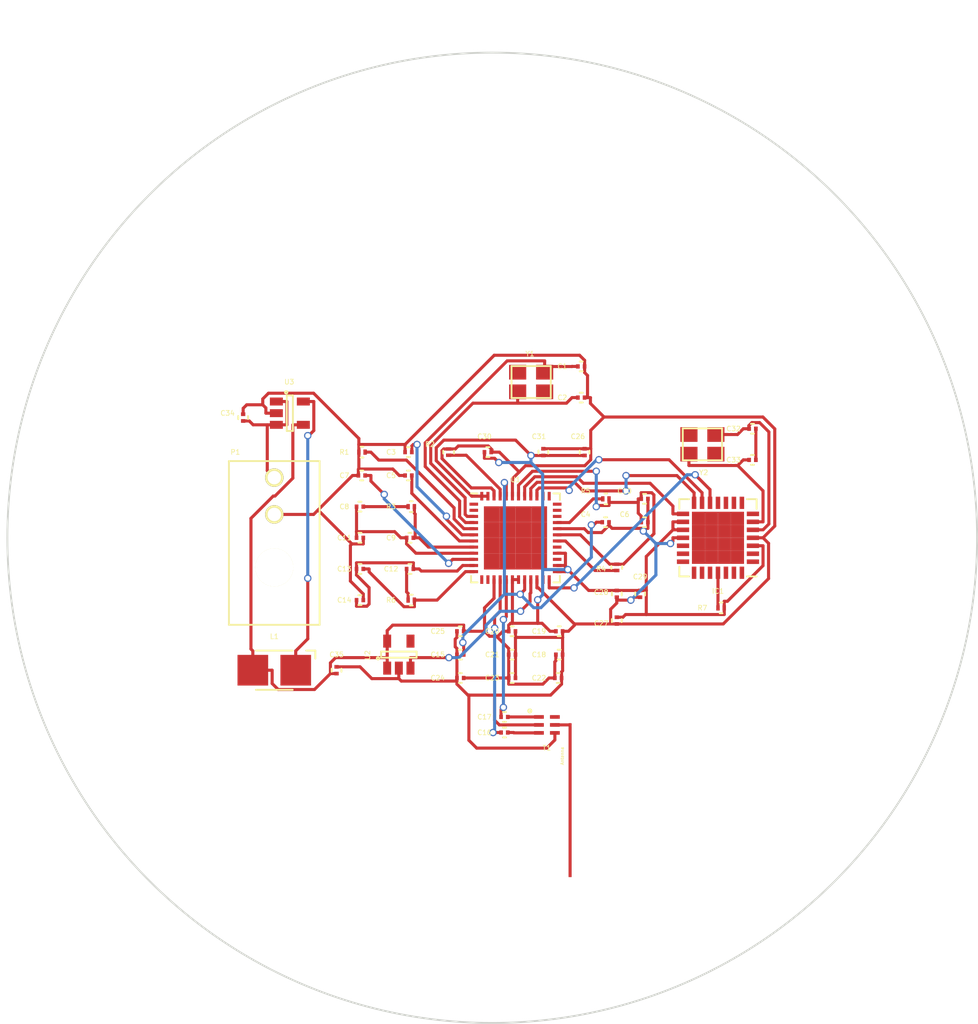
<source format=kicad_pcb>
(kicad_pcb (version 4) (host pcbnew 4.0.2-1.fc23-product)

  (general
    (links 119)
    (no_connects 0)
    (area 97.155 51.125 176.788926 134.243926)
    (thickness 1.6)
    (drawings 3)
    (tracks 516)
    (zones 0)
    (modules 52)
    (nets 65)
  )

  (page A)
  (layers
    (0 F.Cu signal)
    (31 B.Cu signal)
    (33 F.Adhes user)
    (35 F.Paste user)
    (37 F.SilkS user)
    (39 F.Mask user)
    (40 Dwgs.User user)
    (41 Cmts.User user)
    (42 Eco1.User user)
    (43 Eco2.User user)
    (44 Edge.Cuts user)
    (45 Margin user)
    (47 F.CrtYd user)
    (49 F.Fab user)
  )

  (setup
    (last_trace_width 0.25)
    (trace_clearance 0.2)
    (zone_clearance 0.508)
    (zone_45_only no)
    (trace_min 0.2)
    (segment_width 0.2)
    (edge_width 0.15)
    (via_size 0.6)
    (via_drill 0.4)
    (via_min_size 0.4)
    (via_min_drill 0.3)
    (uvia_size 0.3)
    (uvia_drill 0.1)
    (uvias_allowed no)
    (uvia_min_size 0.2)
    (uvia_min_drill 0.1)
    (pcb_text_width 0.3)
    (pcb_text_size 1.5 1.5)
    (mod_edge_width 0.15)
    (mod_text_size 0.4 0.4)
    (mod_text_width 0.0625)
    (pad_size 1.524 1.524)
    (pad_drill 0.762)
    (pad_to_mask_clearance 0.2)
    (aux_axis_origin 0 0)
    (visible_elements FFFEEFFF)
    (pcbplotparams
      (layerselection 0x2bfaa_80000001)
      (usegerberextensions false)
      (excludeedgelayer true)
      (linewidth 0.100000)
      (plotframeref true)
      (viasonmask true)
      (mode 1)
      (useauxorigin false)
      (hpglpennumber 1)
      (hpglpenspeed 20)
      (hpglpendiameter 15)
      (hpglpenoverlay 2)
      (psnegative false)
      (psa4output false)
      (plotreference true)
      (plotvalue false)
      (plotinvisibletext true)
      (padsonsilk true)
      (subtractmaskfromsilk false)
      (outputformat 1)
      (mirror false)
      (drillshape 0)
      (scaleselection 1)
      (outputdirectory Gerbers/))
  )

  (net 0 "")
  (net 1 VDDAON)
  (net 2 VSSIO)
  (net 3 EXTON)
  (net 4 "Net-(U2-Pad4)")
  (net 5 "Net-(C1-Pad1)")
  (net 6 "Net-(C2-Pad1)")
  (net 7 "Net-(C3-Pad2)")
  (net 8 VDDDIG)
  (net 9 "Net-(C5-Pad2)")
  (net 10 VDDIO)
  (net 11 "Net-(C7-Pad2)")
  (net 12 "Net-(C8-Pad1)")
  (net 13 VDDCLK)
  (net 14 CLKTUNE)
  (net 15 VDDVCO)
  (net 16 "Net-(C12-Pad2)")
  (net 17 VCOTUNE)
  (net 18 "Net-(C16-Pad1)")
  (net 19 RF_P)
  (net 20 "Net-(C17-Pad1)")
  (net 21 RF_N)
  (net 22 XTAL1)
  (net 23 "Net-(C32-Pad2)")
  (net 24 XTAL2)
  (net 25 "Net-(R1-Pad2)")
  (net 26 IRQ)
  (net 27 GPIO6)
  (net 28 GPIO5)
  (net 29 "Net-(IC1-Pad25)")
  (net 30 "Net-(IC1-Pad1)")
  (net 31 "Net-(IC1-Pad2)")
  (net 32 "Net-(IC1-Pad7)")
  (net 33 "Net-(IC1-Pad8)")
  (net 34 "Net-(IC1-Pad9)")
  (net 35 "Net-(IC1-Pad10)")
  (net 36 "Net-(IC1-Pad11)")
  (net 37 SPICSn)
  (net 38 SPIMOSI)
  (net 39 SPIMISO)
  (net 40 SPICLK)
  (net 41 "Net-(IC1-Pad19)")
  (net 42 "Net-(IC1-Pad20)")
  (net 43 "Net-(IC1-Pad21)")
  (net 44 "Net-(IC1-Pad22)")
  (net 45 "Net-(IC1-Pad23)")
  (net 46 "Net-(IC1-Pad24)")
  (net 47 "Net-(IC1-Pad26)")
  (net 48 "Net-(IC1-Pad27)")
  (net 49 "Net-(IC1-Pad28)")
  (net 50 "Net-(U1-Pad1)")
  (net 51 "Net-(U1-Pad2)")
  (net 52 "Net-(U1-Pad13)")
  (net 53 "Net-(U1-Pad14)")
  (net 54 WAKEUP)
  (net 55 "Net-(U1-Pad27)")
  (net 56 SYNC)
  (net 57 GPIO4)
  (net 58 GPIO3)
  (net 59 GPIO2)
  (net 60 GPIO1)
  (net 61 GPIO0)
  (net 62 "Net-(C34-Pad1)")
  (net 63 "Net-(L1-Pad1)")
  (net 64 "Net-(P2-Pad2)")

  (net_class Default "This is the default net class."
    (clearance 0.2)
    (trace_width 0.25)
    (via_dia 0.6)
    (via_drill 0.4)
    (uvia_dia 0.3)
    (uvia_drill 0.1)
    (add_net CLKTUNE)
    (add_net EXTON)
    (add_net GPIO0)
    (add_net GPIO1)
    (add_net GPIO2)
    (add_net GPIO3)
    (add_net GPIO4)
    (add_net GPIO5)
    (add_net GPIO6)
    (add_net IRQ)
    (add_net "Net-(C1-Pad1)")
    (add_net "Net-(C12-Pad2)")
    (add_net "Net-(C16-Pad1)")
    (add_net "Net-(C17-Pad1)")
    (add_net "Net-(C2-Pad1)")
    (add_net "Net-(C3-Pad2)")
    (add_net "Net-(C32-Pad2)")
    (add_net "Net-(C34-Pad1)")
    (add_net "Net-(C5-Pad2)")
    (add_net "Net-(C7-Pad2)")
    (add_net "Net-(C8-Pad1)")
    (add_net "Net-(IC1-Pad1)")
    (add_net "Net-(IC1-Pad10)")
    (add_net "Net-(IC1-Pad11)")
    (add_net "Net-(IC1-Pad19)")
    (add_net "Net-(IC1-Pad2)")
    (add_net "Net-(IC1-Pad20)")
    (add_net "Net-(IC1-Pad21)")
    (add_net "Net-(IC1-Pad22)")
    (add_net "Net-(IC1-Pad23)")
    (add_net "Net-(IC1-Pad24)")
    (add_net "Net-(IC1-Pad25)")
    (add_net "Net-(IC1-Pad26)")
    (add_net "Net-(IC1-Pad27)")
    (add_net "Net-(IC1-Pad28)")
    (add_net "Net-(IC1-Pad7)")
    (add_net "Net-(IC1-Pad8)")
    (add_net "Net-(IC1-Pad9)")
    (add_net "Net-(L1-Pad1)")
    (add_net "Net-(P2-Pad2)")
    (add_net "Net-(R1-Pad2)")
    (add_net "Net-(U1-Pad1)")
    (add_net "Net-(U1-Pad13)")
    (add_net "Net-(U1-Pad14)")
    (add_net "Net-(U1-Pad2)")
    (add_net "Net-(U1-Pad27)")
    (add_net "Net-(U2-Pad4)")
    (add_net RF_N)
    (add_net RF_P)
    (add_net SPICLK)
    (add_net SPICSn)
    (add_net SPIMISO)
    (add_net SPIMOSI)
    (add_net SYNC)
    (add_net VCOTUNE)
    (add_net VDDAON)
    (add_net VDDCLK)
    (add_net VDDDIG)
    (add_net VDDIO)
    (add_net VDDVCO)
    (add_net VSSIO)
    (add_net WAKEUP)
    (add_net XTAL1)
    (add_net XTAL2)
  )

  (module muwave_stub (layer F.Cu) (tedit 56EABDEB) (tstamp 0)
    (at 143.51 109.855 180)
    (fp_text reference Antenna (at 0.635 -2.54 450) (layer F.SilkS)
      (effects (font (size 0.25 0.25) (thickness 0.05)))
    )
    (fp_text value muwave_stub (at 0 -0.2 180) (layer F.Fab)
      (effects (font (size 0.25 0.25) (thickness 0.05)))
    )
    (pad 1 smd rect (at 0 0 180) (size 0.25 0.25) (layers F.Cu))
    (pad 1 smd rect (at 0 -6.2735 180) (size 0.25 12.297) (layers F.Cu))
  )

  (module Capacitors_SMD:C_0201 (layer F.Cu) (tedit 56E9A0FC) (tstamp 56E8F9F0)
    (at 144.42 80.645)
    (descr "Capacitor SMD 0201, reflow soldering, AVX (see smccp.pdf)")
    (tags "capacitor 0201")
    (path /56E84243/56E88127)
    (attr smd)
    (fp_text reference C1 (at -1.545 0) (layer F.SilkS)
      (effects (font (size 0.4 0.4) (thickness 0.0625)))
    )
    (fp_text value 10pF (at 0 1.7) (layer F.Fab)
      (effects (font (size 1 1) (thickness 0.15)))
    )
    (fp_line (start -0.7 -0.55) (end 0.7 -0.55) (layer F.CrtYd) (width 0.05))
    (fp_line (start -0.7 0.55) (end 0.7 0.55) (layer F.CrtYd) (width 0.05))
    (fp_line (start -0.7 -0.55) (end -0.7 0.55) (layer F.CrtYd) (width 0.05))
    (fp_line (start 0.7 -0.55) (end 0.7 0.55) (layer F.CrtYd) (width 0.05))
    (fp_line (start 0.125 0.4) (end -0.125 0.4) (layer F.SilkS) (width 0.15))
    (fp_line (start -0.125 -0.4) (end 0.125 -0.4) (layer F.SilkS) (width 0.15))
    (pad 1 smd rect (at -0.275 0) (size 0.3 0.35) (layers F.Cu F.Paste F.Mask)
      (net 5 "Net-(C1-Pad1)"))
    (pad 2 smd rect (at 0.275 0) (size 0.3 0.35) (layers F.Cu F.Paste F.Mask)
      (net 2 VSSIO))
    (model Capacitors_SMD.3dshapes/C_0201.wrl
      (at (xyz 0 0 0))
      (scale (xyz 1 1 1))
      (rotate (xyz 0 0 0))
    )
  )

  (module Capacitors_SMD:C_0201 (layer F.Cu) (tedit 56E9A0FA) (tstamp 56E8F9FC)
    (at 144.42 83.185)
    (descr "Capacitor SMD 0201, reflow soldering, AVX (see smccp.pdf)")
    (tags "capacitor 0201")
    (path /56E84243/56E88120)
    (attr smd)
    (fp_text reference C2 (at -1.545 0) (layer F.SilkS)
      (effects (font (size 0.4 0.4) (thickness 0.0625)))
    )
    (fp_text value 10pF (at 0 1.7) (layer F.Fab)
      (effects (font (size 1 1) (thickness 0.15)))
    )
    (fp_line (start -0.7 -0.55) (end 0.7 -0.55) (layer F.CrtYd) (width 0.05))
    (fp_line (start -0.7 0.55) (end 0.7 0.55) (layer F.CrtYd) (width 0.05))
    (fp_line (start -0.7 -0.55) (end -0.7 0.55) (layer F.CrtYd) (width 0.05))
    (fp_line (start 0.7 -0.55) (end 0.7 0.55) (layer F.CrtYd) (width 0.05))
    (fp_line (start 0.125 0.4) (end -0.125 0.4) (layer F.SilkS) (width 0.15))
    (fp_line (start -0.125 -0.4) (end 0.125 -0.4) (layer F.SilkS) (width 0.15))
    (pad 1 smd rect (at -0.275 0) (size 0.3 0.35) (layers F.Cu F.Paste F.Mask)
      (net 6 "Net-(C2-Pad1)"))
    (pad 2 smd rect (at 0.275 0) (size 0.3 0.35) (layers F.Cu F.Paste F.Mask)
      (net 2 VSSIO))
    (model Capacitors_SMD.3dshapes/C_0201.wrl
      (at (xyz 0 0 0))
      (scale (xyz 1 1 1))
      (rotate (xyz 0 0 0))
    )
  )

  (module Capacitors_SMD:C_0201 (layer F.Cu) (tedit 56E9A114) (tstamp 56E8FA08)
    (at 130.325 87.63)
    (descr "Capacitor SMD 0201, reflow soldering, AVX (see smccp.pdf)")
    (tags "capacitor 0201")
    (path /56E84243/56E880E3)
    (attr smd)
    (fp_text reference C3 (at -1.42 0) (layer F.SilkS)
      (effects (font (size 0.4 0.4) (thickness 0.0625)))
    )
    (fp_text value 0.1uF (at 0 1.7) (layer F.Fab)
      (effects (font (size 1 1) (thickness 0.15)))
    )
    (fp_line (start -0.7 -0.55) (end 0.7 -0.55) (layer F.CrtYd) (width 0.05))
    (fp_line (start -0.7 0.55) (end 0.7 0.55) (layer F.CrtYd) (width 0.05))
    (fp_line (start -0.7 -0.55) (end -0.7 0.55) (layer F.CrtYd) (width 0.05))
    (fp_line (start 0.7 -0.55) (end 0.7 0.55) (layer F.CrtYd) (width 0.05))
    (fp_line (start 0.125 0.4) (end -0.125 0.4) (layer F.SilkS) (width 0.15))
    (fp_line (start -0.125 -0.4) (end 0.125 -0.4) (layer F.SilkS) (width 0.15))
    (pad 1 smd rect (at -0.275 0) (size 0.3 0.35) (layers F.Cu F.Paste F.Mask)
      (net 2 VSSIO))
    (pad 2 smd rect (at 0.275 0) (size 0.3 0.35) (layers F.Cu F.Paste F.Mask)
      (net 7 "Net-(C3-Pad2)"))
    (model Capacitors_SMD.3dshapes/C_0201.wrl
      (at (xyz 0 0 0))
      (scale (xyz 1 1 1))
      (rotate (xyz 0 0 0))
    )
  )

  (module Capacitors_SMD:C_0201 (layer F.Cu) (tedit 56E9A060) (tstamp 56E8FA14)
    (at 146.41 93.345)
    (descr "Capacitor SMD 0201, reflow soldering, AVX (see smccp.pdf)")
    (tags "capacitor 0201")
    (path /56E84243/56E87F16)
    (attr smd)
    (fp_text reference C4 (at -1.63 -0.635) (layer F.SilkS)
      (effects (font (size 0.4 0.4) (thickness 0.0625)))
    )
    (fp_text value 0.1uF (at 0 1.7) (layer F.Fab)
      (effects (font (size 1 1) (thickness 0.15)))
    )
    (fp_line (start -0.7 -0.55) (end 0.7 -0.55) (layer F.CrtYd) (width 0.05))
    (fp_line (start -0.7 0.55) (end 0.7 0.55) (layer F.CrtYd) (width 0.05))
    (fp_line (start -0.7 -0.55) (end -0.7 0.55) (layer F.CrtYd) (width 0.05))
    (fp_line (start 0.7 -0.55) (end 0.7 0.55) (layer F.CrtYd) (width 0.05))
    (fp_line (start 0.125 0.4) (end -0.125 0.4) (layer F.SilkS) (width 0.15))
    (fp_line (start -0.125 -0.4) (end 0.125 -0.4) (layer F.SilkS) (width 0.15))
    (pad 1 smd rect (at -0.275 0) (size 0.3 0.35) (layers F.Cu F.Paste F.Mask)
      (net 8 VDDDIG))
    (pad 2 smd rect (at 0.275 0) (size 0.3 0.35) (layers F.Cu F.Paste F.Mask)
      (net 2 VSSIO))
    (model Capacitors_SMD.3dshapes/C_0201.wrl
      (at (xyz 0 0 0))
      (scale (xyz 1 1 1))
      (rotate (xyz 0 0 0))
    )
  )

  (module Capacitors_SMD:C_0201 (layer F.Cu) (tedit 56E9A112) (tstamp 56E8FA20)
    (at 130.325 89.535)
    (descr "Capacitor SMD 0201, reflow soldering, AVX (see smccp.pdf)")
    (tags "capacitor 0201")
    (path /56E84243/56E880DC)
    (attr smd)
    (fp_text reference C5 (at -1.42 0) (layer F.SilkS)
      (effects (font (size 0.4 0.4) (thickness 0.0625)))
    )
    (fp_text value 0.1uF (at 0 1.7) (layer F.Fab)
      (effects (font (size 1 1) (thickness 0.15)))
    )
    (fp_line (start -0.7 -0.55) (end 0.7 -0.55) (layer F.CrtYd) (width 0.05))
    (fp_line (start -0.7 0.55) (end 0.7 0.55) (layer F.CrtYd) (width 0.05))
    (fp_line (start -0.7 -0.55) (end -0.7 0.55) (layer F.CrtYd) (width 0.05))
    (fp_line (start 0.7 -0.55) (end 0.7 0.55) (layer F.CrtYd) (width 0.05))
    (fp_line (start 0.125 0.4) (end -0.125 0.4) (layer F.SilkS) (width 0.15))
    (fp_line (start -0.125 -0.4) (end 0.125 -0.4) (layer F.SilkS) (width 0.15))
    (pad 1 smd rect (at -0.275 0) (size 0.3 0.35) (layers F.Cu F.Paste F.Mask)
      (net 2 VSSIO))
    (pad 2 smd rect (at 0.275 0) (size 0.3 0.35) (layers F.Cu F.Paste F.Mask)
      (net 9 "Net-(C5-Pad2)"))
    (model Capacitors_SMD.3dshapes/C_0201.wrl
      (at (xyz 0 0 0))
      (scale (xyz 1 1 1))
      (rotate (xyz 0 0 0))
    )
  )

  (module Capacitors_SMD:C_0201 (layer F.Cu) (tedit 56E9A05E) (tstamp 56E8FA2C)
    (at 149.585 93.345 180)
    (descr "Capacitor SMD 0201, reflow soldering, AVX (see smccp.pdf)")
    (tags "capacitor 0201")
    (path /56E84243/56E87F1D)
    (attr smd)
    (fp_text reference C6 (at 1.63 0.635 180) (layer F.SilkS)
      (effects (font (size 0.4 0.4) (thickness 0.0625)))
    )
    (fp_text value 0.1uF (at 0 1.7 180) (layer F.Fab)
      (effects (font (size 1 1) (thickness 0.15)))
    )
    (fp_line (start -0.7 -0.55) (end 0.7 -0.55) (layer F.CrtYd) (width 0.05))
    (fp_line (start -0.7 0.55) (end 0.7 0.55) (layer F.CrtYd) (width 0.05))
    (fp_line (start -0.7 -0.55) (end -0.7 0.55) (layer F.CrtYd) (width 0.05))
    (fp_line (start 0.7 -0.55) (end 0.7 0.55) (layer F.CrtYd) (width 0.05))
    (fp_line (start 0.125 0.4) (end -0.125 0.4) (layer F.SilkS) (width 0.15))
    (fp_line (start -0.125 -0.4) (end 0.125 -0.4) (layer F.SilkS) (width 0.15))
    (pad 1 smd rect (at -0.275 0 180) (size 0.3 0.35) (layers F.Cu F.Paste F.Mask)
      (net 2 VSSIO))
    (pad 2 smd rect (at 0.275 0 180) (size 0.3 0.35) (layers F.Cu F.Paste F.Mask)
      (net 10 VDDIO))
    (model Capacitors_SMD.3dshapes/C_0201.wrl
      (at (xyz 0 0 0))
      (scale (xyz 1 1 1))
      (rotate (xyz 0 0 0))
    )
  )

  (module Capacitors_SMD:C_0201 (layer F.Cu) (tedit 56E9A10C) (tstamp 56E8FA38)
    (at 126.515 89.535)
    (descr "Capacitor SMD 0201, reflow soldering, AVX (see smccp.pdf)")
    (tags "capacitor 0201")
    (path /56E84243/56E880BC)
    (attr smd)
    (fp_text reference C7 (at -1.42 0) (layer F.SilkS)
      (effects (font (size 0.4 0.4) (thickness 0.0625)))
    )
    (fp_text value 0.1uF (at 0 1.7) (layer F.Fab)
      (effects (font (size 1 1) (thickness 0.15)))
    )
    (fp_line (start -0.7 -0.55) (end 0.7 -0.55) (layer F.CrtYd) (width 0.05))
    (fp_line (start -0.7 0.55) (end 0.7 0.55) (layer F.CrtYd) (width 0.05))
    (fp_line (start -0.7 -0.55) (end -0.7 0.55) (layer F.CrtYd) (width 0.05))
    (fp_line (start 0.7 -0.55) (end 0.7 0.55) (layer F.CrtYd) (width 0.05))
    (fp_line (start 0.125 0.4) (end -0.125 0.4) (layer F.SilkS) (width 0.15))
    (fp_line (start -0.125 -0.4) (end 0.125 -0.4) (layer F.SilkS) (width 0.15))
    (pad 1 smd rect (at -0.275 0) (size 0.3 0.35) (layers F.Cu F.Paste F.Mask)
      (net 2 VSSIO))
    (pad 2 smd rect (at 0.275 0) (size 0.3 0.35) (layers F.Cu F.Paste F.Mask)
      (net 11 "Net-(C7-Pad2)"))
    (model Capacitors_SMD.3dshapes/C_0201.wrl
      (at (xyz 0 0 0))
      (scale (xyz 1 1 1))
      (rotate (xyz 0 0 0))
    )
  )

  (module Capacitors_SMD:C_0201 (layer F.Cu) (tedit 56E9A12D) (tstamp 56E8FA44)
    (at 126.365 92.075 180)
    (descr "Capacitor SMD 0201, reflow soldering, AVX (see smccp.pdf)")
    (tags "capacitor 0201")
    (path /56E84243/56E880AF)
    (attr smd)
    (fp_text reference C8 (at 1.27 0 180) (layer F.SilkS)
      (effects (font (size 0.4 0.4) (thickness 0.0625)))
    )
    (fp_text value 27pF (at 0 1.7 180) (layer F.Fab)
      (effects (font (size 1 1) (thickness 0.15)))
    )
    (fp_line (start -0.7 -0.55) (end 0.7 -0.55) (layer F.CrtYd) (width 0.05))
    (fp_line (start -0.7 0.55) (end 0.7 0.55) (layer F.CrtYd) (width 0.05))
    (fp_line (start -0.7 -0.55) (end -0.7 0.55) (layer F.CrtYd) (width 0.05))
    (fp_line (start 0.7 -0.55) (end 0.7 0.55) (layer F.CrtYd) (width 0.05))
    (fp_line (start 0.125 0.4) (end -0.125 0.4) (layer F.SilkS) (width 0.15))
    (fp_line (start -0.125 -0.4) (end 0.125 -0.4) (layer F.SilkS) (width 0.15))
    (pad 1 smd rect (at -0.275 0 180) (size 0.3 0.35) (layers F.Cu F.Paste F.Mask)
      (net 12 "Net-(C8-Pad1)"))
    (pad 2 smd rect (at 0.275 0 180) (size 0.3 0.35) (layers F.Cu F.Paste F.Mask)
      (net 13 VDDCLK))
    (model Capacitors_SMD.3dshapes/C_0201.wrl
      (at (xyz 0 0 0))
      (scale (xyz 1 1 1))
      (rotate (xyz 0 0 0))
    )
  )

  (module Capacitors_SMD:C_0201 (layer F.Cu) (tedit 56E9A13C) (tstamp 56E8FA50)
    (at 130.45 94.615 180)
    (descr "Capacitor SMD 0201, reflow soldering, AVX (see smccp.pdf)")
    (tags "capacitor 0201")
    (path /56E84243/56E880A1)
    (attr smd)
    (fp_text reference C9 (at 1.545 0 180) (layer F.SilkS)
      (effects (font (size 0.4 0.4) (thickness 0.0625)))
    )
    (fp_text value 1.2pF (at 0 1.7 180) (layer F.Fab)
      (effects (font (size 1 1) (thickness 0.15)))
    )
    (fp_line (start -0.7 -0.55) (end 0.7 -0.55) (layer F.CrtYd) (width 0.05))
    (fp_line (start -0.7 0.55) (end 0.7 0.55) (layer F.CrtYd) (width 0.05))
    (fp_line (start -0.7 -0.55) (end -0.7 0.55) (layer F.CrtYd) (width 0.05))
    (fp_line (start 0.7 -0.55) (end 0.7 0.55) (layer F.CrtYd) (width 0.05))
    (fp_line (start 0.125 0.4) (end -0.125 0.4) (layer F.SilkS) (width 0.15))
    (fp_line (start -0.125 -0.4) (end 0.125 -0.4) (layer F.SilkS) (width 0.15))
    (pad 1 smd rect (at -0.275 0 180) (size 0.3 0.35) (layers F.Cu F.Paste F.Mask)
      (net 14 CLKTUNE))
    (pad 2 smd rect (at 0.275 0 180) (size 0.3 0.35) (layers F.Cu F.Paste F.Mask)
      (net 13 VDDCLK))
    (model Capacitors_SMD.3dshapes/C_0201.wrl
      (at (xyz 0 0 0))
      (scale (xyz 1 1 1))
      (rotate (xyz 0 0 0))
    )
  )

  (module Capacitors_SMD:C_0201 (layer F.Cu) (tedit 56E9A059) (tstamp 56E8FA5C)
    (at 149.585 91.44)
    (descr "Capacitor SMD 0201, reflow soldering, AVX (see smccp.pdf)")
    (tags "capacitor 0201")
    (path /56E84243/56E8813C)
    (attr smd)
    (fp_text reference C10 (at -1.63 -0.635) (layer F.SilkS)
      (effects (font (size 0.4 0.4) (thickness 0.0625)))
    )
    (fp_text value 0.1uF (at 0 1.7) (layer F.Fab)
      (effects (font (size 1 1) (thickness 0.15)))
    )
    (fp_line (start -0.7 -0.55) (end 0.7 -0.55) (layer F.CrtYd) (width 0.05))
    (fp_line (start -0.7 0.55) (end 0.7 0.55) (layer F.CrtYd) (width 0.05))
    (fp_line (start -0.7 -0.55) (end -0.7 0.55) (layer F.CrtYd) (width 0.05))
    (fp_line (start 0.7 -0.55) (end 0.7 0.55) (layer F.CrtYd) (width 0.05))
    (fp_line (start 0.125 0.4) (end -0.125 0.4) (layer F.SilkS) (width 0.15))
    (fp_line (start -0.125 -0.4) (end 0.125 -0.4) (layer F.SilkS) (width 0.15))
    (pad 1 smd rect (at -0.275 0) (size 0.3 0.35) (layers F.Cu F.Paste F.Mask)
      (net 10 VDDIO))
    (pad 2 smd rect (at 0.275 0) (size 0.3 0.35) (layers F.Cu F.Paste F.Mask)
      (net 2 VSSIO))
    (model Capacitors_SMD.3dshapes/C_0201.wrl
      (at (xyz 0 0 0))
      (scale (xyz 1 1 1))
      (rotate (xyz 0 0 0))
    )
  )

  (module Capacitors_SMD:C_0201 (layer F.Cu) (tedit 56E9A12A) (tstamp 56E8FA68)
    (at 126.365 94.615)
    (descr "Capacitor SMD 0201, reflow soldering, AVX (see smccp.pdf)")
    (tags "capacitor 0201")
    (path /56E84243/56E8809A)
    (attr smd)
    (fp_text reference C11 (at -1.27 0) (layer F.SilkS)
      (effects (font (size 0.4 0.4) (thickness 0.0625)))
    )
    (fp_text value 0.1uF (at 0 1.7) (layer F.Fab)
      (effects (font (size 1 1) (thickness 0.15)))
    )
    (fp_line (start -0.7 -0.55) (end 0.7 -0.55) (layer F.CrtYd) (width 0.05))
    (fp_line (start -0.7 0.55) (end 0.7 0.55) (layer F.CrtYd) (width 0.05))
    (fp_line (start -0.7 -0.55) (end -0.7 0.55) (layer F.CrtYd) (width 0.05))
    (fp_line (start 0.7 -0.55) (end 0.7 0.55) (layer F.CrtYd) (width 0.05))
    (fp_line (start 0.125 0.4) (end -0.125 0.4) (layer F.SilkS) (width 0.15))
    (fp_line (start -0.125 -0.4) (end 0.125 -0.4) (layer F.SilkS) (width 0.15))
    (pad 1 smd rect (at -0.275 0) (size 0.3 0.35) (layers F.Cu F.Paste F.Mask)
      (net 13 VDDCLK))
    (pad 2 smd rect (at 0.275 0) (size 0.3 0.35) (layers F.Cu F.Paste F.Mask)
      (net 2 VSSIO))
    (model Capacitors_SMD.3dshapes/C_0201.wrl
      (at (xyz 0 0 0))
      (scale (xyz 1 1 1))
      (rotate (xyz 0 0 0))
    )
  )

  (module Capacitors_SMD:C_0201 (layer F.Cu) (tedit 56E9A138) (tstamp 56E8FA74)
    (at 130.45 97.155 180)
    (descr "Capacitor SMD 0201, reflow soldering, AVX (see smccp.pdf)")
    (tags "capacitor 0201")
    (path /56E84243/56E88082)
    (attr smd)
    (fp_text reference C12 (at 1.545 0 180) (layer F.SilkS)
      (effects (font (size 0.4 0.4) (thickness 0.0625)))
    )
    (fp_text value 820pF (at 0 1.7 180) (layer F.Fab)
      (effects (font (size 1 1) (thickness 0.15)))
    )
    (fp_line (start -0.7 -0.55) (end 0.7 -0.55) (layer F.CrtYd) (width 0.05))
    (fp_line (start -0.7 0.55) (end 0.7 0.55) (layer F.CrtYd) (width 0.05))
    (fp_line (start -0.7 -0.55) (end -0.7 0.55) (layer F.CrtYd) (width 0.05))
    (fp_line (start 0.7 -0.55) (end 0.7 0.55) (layer F.CrtYd) (width 0.05))
    (fp_line (start 0.125 0.4) (end -0.125 0.4) (layer F.SilkS) (width 0.15))
    (fp_line (start -0.125 -0.4) (end 0.125 -0.4) (layer F.SilkS) (width 0.15))
    (pad 1 smd rect (at -0.275 0 180) (size 0.3 0.35) (layers F.Cu F.Paste F.Mask)
      (net 15 VDDVCO))
    (pad 2 smd rect (at 0.275 0 180) (size 0.3 0.35) (layers F.Cu F.Paste F.Mask)
      (net 16 "Net-(C12-Pad2)"))
    (model Capacitors_SMD.3dshapes/C_0201.wrl
      (at (xyz 0 0 0))
      (scale (xyz 1 1 1))
      (rotate (xyz 0 0 0))
    )
  )

  (module Capacitors_SMD:C_0201 (layer F.Cu) (tedit 56E9A132) (tstamp 56E8FA80)
    (at 126.365 97.155)
    (descr "Capacitor SMD 0201, reflow soldering, AVX (see smccp.pdf)")
    (tags "capacitor 0201")
    (path /56E84243/56E88089)
    (attr smd)
    (fp_text reference C13 (at -1.27 0) (layer F.SilkS)
      (effects (font (size 0.4 0.4) (thickness 0.0625)))
    )
    (fp_text value 18pF (at 0 1.7) (layer F.Fab)
      (effects (font (size 1 1) (thickness 0.15)))
    )
    (fp_line (start -0.7 -0.55) (end 0.7 -0.55) (layer F.CrtYd) (width 0.05))
    (fp_line (start -0.7 0.55) (end 0.7 0.55) (layer F.CrtYd) (width 0.05))
    (fp_line (start -0.7 -0.55) (end -0.7 0.55) (layer F.CrtYd) (width 0.05))
    (fp_line (start 0.7 -0.55) (end 0.7 0.55) (layer F.CrtYd) (width 0.05))
    (fp_line (start 0.125 0.4) (end -0.125 0.4) (layer F.SilkS) (width 0.15))
    (fp_line (start -0.125 -0.4) (end 0.125 -0.4) (layer F.SilkS) (width 0.15))
    (pad 1 smd rect (at -0.275 0) (size 0.3 0.35) (layers F.Cu F.Paste F.Mask)
      (net 15 VDDVCO))
    (pad 2 smd rect (at 0.275 0) (size 0.3 0.35) (layers F.Cu F.Paste F.Mask)
      (net 17 VCOTUNE))
    (model Capacitors_SMD.3dshapes/C_0201.wrl
      (at (xyz 0 0 0))
      (scale (xyz 1 1 1))
      (rotate (xyz 0 0 0))
    )
  )

  (module Capacitors_SMD:C_0201 (layer F.Cu) (tedit 56E9A133) (tstamp 56E8FA8C)
    (at 126.365 99.695)
    (descr "Capacitor SMD 0201, reflow soldering, AVX (see smccp.pdf)")
    (tags "capacitor 0201")
    (path /56E84243/56E88074)
    (attr smd)
    (fp_text reference C14 (at -1.27 0) (layer F.SilkS)
      (effects (font (size 0.4 0.4) (thickness 0.0625)))
    )
    (fp_text value 0.1uF (at 0 1.7) (layer F.Fab)
      (effects (font (size 1 1) (thickness 0.15)))
    )
    (fp_line (start -0.7 -0.55) (end 0.7 -0.55) (layer F.CrtYd) (width 0.05))
    (fp_line (start -0.7 0.55) (end 0.7 0.55) (layer F.CrtYd) (width 0.05))
    (fp_line (start -0.7 -0.55) (end -0.7 0.55) (layer F.CrtYd) (width 0.05))
    (fp_line (start 0.7 -0.55) (end 0.7 0.55) (layer F.CrtYd) (width 0.05))
    (fp_line (start 0.125 0.4) (end -0.125 0.4) (layer F.SilkS) (width 0.15))
    (fp_line (start -0.125 -0.4) (end 0.125 -0.4) (layer F.SilkS) (width 0.15))
    (pad 1 smd rect (at -0.275 0) (size 0.3 0.35) (layers F.Cu F.Paste F.Mask)
      (net 15 VDDVCO))
    (pad 2 smd rect (at 0.275 0) (size 0.3 0.35) (layers F.Cu F.Paste F.Mask)
      (net 2 VSSIO))
    (model Capacitors_SMD.3dshapes/C_0201.wrl
      (at (xyz 0 0 0))
      (scale (xyz 1 1 1))
      (rotate (xyz 0 0 0))
    )
  )

  (module Capacitors_SMD:C_0201 (layer F.Cu) (tedit 56E9A083) (tstamp 56E8FA98)
    (at 134.555 104.14 180)
    (descr "Capacitor SMD 0201, reflow soldering, AVX (see smccp.pdf)")
    (tags "capacitor 0201")
    (path /56E84243/56E8803A)
    (attr smd)
    (fp_text reference C15 (at 1.84 0 180) (layer F.SilkS)
      (effects (font (size 0.4 0.4) (thickness 0.0625)))
    )
    (fp_text value 0.1uF (at 0 1.7 180) (layer F.Fab)
      (effects (font (size 1 1) (thickness 0.15)))
    )
    (fp_line (start -0.7 -0.55) (end 0.7 -0.55) (layer F.CrtYd) (width 0.05))
    (fp_line (start -0.7 0.55) (end 0.7 0.55) (layer F.CrtYd) (width 0.05))
    (fp_line (start -0.7 -0.55) (end -0.7 0.55) (layer F.CrtYd) (width 0.05))
    (fp_line (start 0.7 -0.55) (end 0.7 0.55) (layer F.CrtYd) (width 0.05))
    (fp_line (start 0.125 0.4) (end -0.125 0.4) (layer F.SilkS) (width 0.15))
    (fp_line (start -0.125 -0.4) (end 0.125 -0.4) (layer F.SilkS) (width 0.15))
    (pad 1 smd rect (at -0.275 0 180) (size 0.3 0.35) (layers F.Cu F.Paste F.Mask)
      (net 8 VDDDIG))
    (pad 2 smd rect (at 0.275 0 180) (size 0.3 0.35) (layers F.Cu F.Paste F.Mask)
      (net 2 VSSIO))
    (model Capacitors_SMD.3dshapes/C_0201.wrl
      (at (xyz 0 0 0))
      (scale (xyz 1 1 1))
      (rotate (xyz 0 0 0))
    )
  )

  (module Capacitors_SMD:C_0201 (layer F.Cu) (tedit 56E9A06F) (tstamp 56E8FAA4)
    (at 138.155 110.49 180)
    (descr "Capacitor SMD 0201, reflow soldering, AVX (see smccp.pdf)")
    (tags "capacitor 0201")
    (path /56E84243/56E88056)
    (attr smd)
    (fp_text reference C16 (at 1.63 0 180) (layer F.SilkS)
      (effects (font (size 0.4 0.4) (thickness 0.0625)))
    )
    (fp_text value 0.1uF (at 0 1.7 180) (layer F.Fab)
      (effects (font (size 1 1) (thickness 0.15)))
    )
    (fp_line (start -0.7 -0.55) (end 0.7 -0.55) (layer F.CrtYd) (width 0.05))
    (fp_line (start -0.7 0.55) (end 0.7 0.55) (layer F.CrtYd) (width 0.05))
    (fp_line (start -0.7 -0.55) (end -0.7 0.55) (layer F.CrtYd) (width 0.05))
    (fp_line (start 0.7 -0.55) (end 0.7 0.55) (layer F.CrtYd) (width 0.05))
    (fp_line (start 0.125 0.4) (end -0.125 0.4) (layer F.SilkS) (width 0.15))
    (fp_line (start -0.125 -0.4) (end 0.125 -0.4) (layer F.SilkS) (width 0.15))
    (pad 1 smd rect (at -0.275 0 180) (size 0.3 0.35) (layers F.Cu F.Paste F.Mask)
      (net 18 "Net-(C16-Pad1)"))
    (pad 2 smd rect (at 0.275 0 180) (size 0.3 0.35) (layers F.Cu F.Paste F.Mask)
      (net 19 RF_P))
    (model Capacitors_SMD.3dshapes/C_0201.wrl
      (at (xyz 0 0 0))
      (scale (xyz 1 1 1))
      (rotate (xyz 0 0 0))
    )
  )

  (module Capacitors_SMD:C_0201 (layer F.Cu) (tedit 56E9A06E) (tstamp 56E8FAB0)
    (at 138.155 109.22 180)
    (descr "Capacitor SMD 0201, reflow soldering, AVX (see smccp.pdf)")
    (tags "capacitor 0201")
    (path /56E84243/56E8804F)
    (attr smd)
    (fp_text reference C17 (at 1.63 0 180) (layer F.SilkS)
      (effects (font (size 0.4 0.4) (thickness 0.0625)))
    )
    (fp_text value 0.1uF (at 0 1.7 180) (layer F.Fab)
      (effects (font (size 1 1) (thickness 0.15)))
    )
    (fp_line (start -0.7 -0.55) (end 0.7 -0.55) (layer F.CrtYd) (width 0.05))
    (fp_line (start -0.7 0.55) (end 0.7 0.55) (layer F.CrtYd) (width 0.05))
    (fp_line (start -0.7 -0.55) (end -0.7 0.55) (layer F.CrtYd) (width 0.05))
    (fp_line (start 0.7 -0.55) (end 0.7 0.55) (layer F.CrtYd) (width 0.05))
    (fp_line (start 0.125 0.4) (end -0.125 0.4) (layer F.SilkS) (width 0.15))
    (fp_line (start -0.125 -0.4) (end 0.125 -0.4) (layer F.SilkS) (width 0.15))
    (pad 1 smd rect (at -0.275 0 180) (size 0.3 0.35) (layers F.Cu F.Paste F.Mask)
      (net 20 "Net-(C17-Pad1)"))
    (pad 2 smd rect (at 0.275 0 180) (size 0.3 0.35) (layers F.Cu F.Paste F.Mask)
      (net 21 RF_N))
    (model Capacitors_SMD.3dshapes/C_0201.wrl
      (at (xyz 0 0 0))
      (scale (xyz 1 1 1))
      (rotate (xyz 0 0 0))
    )
  )

  (module Capacitors_SMD:C_0201 (layer F.Cu) (tedit 56E9A091) (tstamp 56E8FABC)
    (at 142.625 104.14)
    (descr "Capacitor SMD 0201, reflow soldering, AVX (see smccp.pdf)")
    (tags "capacitor 0201")
    (path /56E84243/56E8802A)
    (attr smd)
    (fp_text reference C18 (at -1.655 0) (layer F.SilkS)
      (effects (font (size 0.4 0.4) (thickness 0.0625)))
    )
    (fp_text value 47uF (at 0 1.7) (layer F.Fab)
      (effects (font (size 1 1) (thickness 0.15)))
    )
    (fp_line (start -0.7 -0.55) (end 0.7 -0.55) (layer F.CrtYd) (width 0.05))
    (fp_line (start -0.7 0.55) (end 0.7 0.55) (layer F.CrtYd) (width 0.05))
    (fp_line (start -0.7 -0.55) (end -0.7 0.55) (layer F.CrtYd) (width 0.05))
    (fp_line (start 0.7 -0.55) (end 0.7 0.55) (layer F.CrtYd) (width 0.05))
    (fp_line (start 0.125 0.4) (end -0.125 0.4) (layer F.SilkS) (width 0.15))
    (fp_line (start -0.125 -0.4) (end 0.125 -0.4) (layer F.SilkS) (width 0.15))
    (pad 1 smd rect (at -0.275 0) (size 0.3 0.35) (layers F.Cu F.Paste F.Mask)
      (net 1 VDDAON))
    (pad 2 smd rect (at 0.275 0) (size 0.3 0.35) (layers F.Cu F.Paste F.Mask)
      (net 2 VSSIO))
    (model Capacitors_SMD.3dshapes/C_0201.wrl
      (at (xyz 0 0 0))
      (scale (xyz 1 1 1))
      (rotate (xyz 0 0 0))
    )
  )

  (module Capacitors_SMD:C_0201 (layer F.Cu) (tedit 56E9A094) (tstamp 56E8FAC8)
    (at 142.625 102.235)
    (descr "Capacitor SMD 0201, reflow soldering, AVX (see smccp.pdf)")
    (tags "capacitor 0201")
    (path /56E84243/56E88023)
    (attr smd)
    (fp_text reference C19 (at -1.655 0) (layer F.SilkS)
      (effects (font (size 0.4 0.4) (thickness 0.0625)))
    )
    (fp_text value 0.1uF (at 0 1.7) (layer F.Fab)
      (effects (font (size 1 1) (thickness 0.15)))
    )
    (fp_line (start -0.7 -0.55) (end 0.7 -0.55) (layer F.CrtYd) (width 0.05))
    (fp_line (start -0.7 0.55) (end 0.7 0.55) (layer F.CrtYd) (width 0.05))
    (fp_line (start -0.7 -0.55) (end -0.7 0.55) (layer F.CrtYd) (width 0.05))
    (fp_line (start 0.7 -0.55) (end 0.7 0.55) (layer F.CrtYd) (width 0.05))
    (fp_line (start 0.125 0.4) (end -0.125 0.4) (layer F.SilkS) (width 0.15))
    (fp_line (start -0.125 -0.4) (end 0.125 -0.4) (layer F.SilkS) (width 0.15))
    (pad 1 smd rect (at -0.275 0) (size 0.3 0.35) (layers F.Cu F.Paste F.Mask)
      (net 1 VDDAON))
    (pad 2 smd rect (at 0.275 0) (size 0.3 0.35) (layers F.Cu F.Paste F.Mask)
      (net 2 VSSIO))
    (model Capacitors_SMD.3dshapes/C_0201.wrl
      (at (xyz 0 0 0))
      (scale (xyz 1 1 1))
      (rotate (xyz 0 0 0))
    )
  )

  (module Capacitors_SMD:C_0201 (layer F.Cu) (tedit 56E9A09B) (tstamp 56E8FAD4)
    (at 138.78 102.235)
    (descr "Capacitor SMD 0201, reflow soldering, AVX (see smccp.pdf)")
    (tags "capacitor 0201")
    (path /56E84243/56E8801C)
    (attr smd)
    (fp_text reference C20 (at -1.62 0) (layer F.SilkS)
      (effects (font (size 0.4 0.4) (thickness 0.0625)))
    )
    (fp_text value 10pF (at 0 1.7) (layer F.Fab)
      (effects (font (size 1 1) (thickness 0.15)))
    )
    (fp_line (start -0.7 -0.55) (end 0.7 -0.55) (layer F.CrtYd) (width 0.05))
    (fp_line (start -0.7 0.55) (end 0.7 0.55) (layer F.CrtYd) (width 0.05))
    (fp_line (start -0.7 -0.55) (end -0.7 0.55) (layer F.CrtYd) (width 0.05))
    (fp_line (start 0.7 -0.55) (end 0.7 0.55) (layer F.CrtYd) (width 0.05))
    (fp_line (start 0.125 0.4) (end -0.125 0.4) (layer F.SilkS) (width 0.15))
    (fp_line (start -0.125 -0.4) (end 0.125 -0.4) (layer F.SilkS) (width 0.15))
    (pad 1 smd rect (at -0.275 0) (size 0.3 0.35) (layers F.Cu F.Paste F.Mask)
      (net 1 VDDAON))
    (pad 2 smd rect (at 0.275 0) (size 0.3 0.35) (layers F.Cu F.Paste F.Mask)
      (net 2 VSSIO))
    (model Capacitors_SMD.3dshapes/C_0201.wrl
      (at (xyz 0 0 0))
      (scale (xyz 1 1 1))
      (rotate (xyz 0 0 0))
    )
  )

  (module Capacitors_SMD:C_0201 (layer F.Cu) (tedit 56E9A097) (tstamp 56E8FAE0)
    (at 138.78 104.14)
    (descr "Capacitor SMD 0201, reflow soldering, AVX (see smccp.pdf)")
    (tags "capacitor 0201")
    (path /56E84243/56E88015)
    (attr smd)
    (fp_text reference C21 (at -1.62 0) (layer F.SilkS)
      (effects (font (size 0.4 0.4) (thickness 0.0625)))
    )
    (fp_text value 330pF (at 0 1.7) (layer F.Fab)
      (effects (font (size 1 1) (thickness 0.15)))
    )
    (fp_line (start -0.7 -0.55) (end 0.7 -0.55) (layer F.CrtYd) (width 0.05))
    (fp_line (start -0.7 0.55) (end 0.7 0.55) (layer F.CrtYd) (width 0.05))
    (fp_line (start -0.7 -0.55) (end -0.7 0.55) (layer F.CrtYd) (width 0.05))
    (fp_line (start 0.7 -0.55) (end 0.7 0.55) (layer F.CrtYd) (width 0.05))
    (fp_line (start 0.125 0.4) (end -0.125 0.4) (layer F.SilkS) (width 0.15))
    (fp_line (start -0.125 -0.4) (end 0.125 -0.4) (layer F.SilkS) (width 0.15))
    (pad 1 smd rect (at -0.275 0) (size 0.3 0.35) (layers F.Cu F.Paste F.Mask)
      (net 1 VDDAON))
    (pad 2 smd rect (at 0.275 0) (size 0.3 0.35) (layers F.Cu F.Paste F.Mask)
      (net 2 VSSIO))
    (model Capacitors_SMD.3dshapes/C_0201.wrl
      (at (xyz 0 0 0))
      (scale (xyz 1 1 1))
      (rotate (xyz 0 0 0))
    )
  )

  (module Capacitors_SMD:C_0201 (layer F.Cu) (tedit 56E9A09E) (tstamp 56E8FAEC)
    (at 142.54 106.045)
    (descr "Capacitor SMD 0201, reflow soldering, AVX (see smccp.pdf)")
    (tags "capacitor 0201")
    (path /56E84243/56E8800E)
    (attr smd)
    (fp_text reference C22 (at -1.57 0) (layer F.SilkS)
      (effects (font (size 0.4 0.4) (thickness 0.0625)))
    )
    (fp_text value 0.1uF (at 0 1.7) (layer F.Fab)
      (effects (font (size 1 1) (thickness 0.15)))
    )
    (fp_line (start -0.7 -0.55) (end 0.7 -0.55) (layer F.CrtYd) (width 0.05))
    (fp_line (start -0.7 0.55) (end 0.7 0.55) (layer F.CrtYd) (width 0.05))
    (fp_line (start -0.7 -0.55) (end -0.7 0.55) (layer F.CrtYd) (width 0.05))
    (fp_line (start 0.7 -0.55) (end 0.7 0.55) (layer F.CrtYd) (width 0.05))
    (fp_line (start 0.125 0.4) (end -0.125 0.4) (layer F.SilkS) (width 0.15))
    (fp_line (start -0.125 -0.4) (end 0.125 -0.4) (layer F.SilkS) (width 0.15))
    (pad 1 smd rect (at -0.275 0) (size 0.3 0.35) (layers F.Cu F.Paste F.Mask)
      (net 1 VDDAON))
    (pad 2 smd rect (at 0.275 0) (size 0.3 0.35) (layers F.Cu F.Paste F.Mask)
      (net 2 VSSIO))
    (model Capacitors_SMD.3dshapes/C_0201.wrl
      (at (xyz 0 0 0))
      (scale (xyz 1 1 1))
      (rotate (xyz 0 0 0))
    )
  )

  (module Capacitors_SMD:C_0201 (layer F.Cu) (tedit 56E9A07C) (tstamp 56E8FAF8)
    (at 138.78 106.045)
    (descr "Capacitor SMD 0201, reflow soldering, AVX (see smccp.pdf)")
    (tags "capacitor 0201")
    (path /56E84243/56E88007)
    (attr smd)
    (fp_text reference C23 (at -1.62 0) (layer F.SilkS)
      (effects (font (size 0.4 0.4) (thickness 0.0625)))
    )
    (fp_text value 10pF (at 0 1.7) (layer F.Fab)
      (effects (font (size 1 1) (thickness 0.15)))
    )
    (fp_line (start -0.7 -0.55) (end 0.7 -0.55) (layer F.CrtYd) (width 0.05))
    (fp_line (start -0.7 0.55) (end 0.7 0.55) (layer F.CrtYd) (width 0.05))
    (fp_line (start -0.7 -0.55) (end -0.7 0.55) (layer F.CrtYd) (width 0.05))
    (fp_line (start 0.7 -0.55) (end 0.7 0.55) (layer F.CrtYd) (width 0.05))
    (fp_line (start 0.125 0.4) (end -0.125 0.4) (layer F.SilkS) (width 0.15))
    (fp_line (start -0.125 -0.4) (end 0.125 -0.4) (layer F.SilkS) (width 0.15))
    (pad 1 smd rect (at -0.275 0) (size 0.3 0.35) (layers F.Cu F.Paste F.Mask)
      (net 1 VDDAON))
    (pad 2 smd rect (at 0.275 0) (size 0.3 0.35) (layers F.Cu F.Paste F.Mask)
      (net 2 VSSIO))
    (model Capacitors_SMD.3dshapes/C_0201.wrl
      (at (xyz 0 0 0))
      (scale (xyz 1 1 1))
      (rotate (xyz 0 0 0))
    )
  )

  (module Capacitors_SMD:C_0201 (layer F.Cu) (tedit 56E9A07F) (tstamp 56E8FB04)
    (at 134.555 106.045 180)
    (descr "Capacitor SMD 0201, reflow soldering, AVX (see smccp.pdf)")
    (tags "capacitor 0201")
    (path /56E84243/56E88000)
    (attr smd)
    (fp_text reference C24 (at 1.84 0 180) (layer F.SilkS)
      (effects (font (size 0.4 0.4) (thickness 0.0625)))
    )
    (fp_text value 330pF (at 0 1.7 180) (layer F.Fab)
      (effects (font (size 1 1) (thickness 0.15)))
    )
    (fp_line (start -0.7 -0.55) (end 0.7 -0.55) (layer F.CrtYd) (width 0.05))
    (fp_line (start -0.7 0.55) (end 0.7 0.55) (layer F.CrtYd) (width 0.05))
    (fp_line (start -0.7 -0.55) (end -0.7 0.55) (layer F.CrtYd) (width 0.05))
    (fp_line (start 0.7 -0.55) (end 0.7 0.55) (layer F.CrtYd) (width 0.05))
    (fp_line (start 0.125 0.4) (end -0.125 0.4) (layer F.SilkS) (width 0.15))
    (fp_line (start -0.125 -0.4) (end 0.125 -0.4) (layer F.SilkS) (width 0.15))
    (pad 1 smd rect (at -0.275 0 180) (size 0.3 0.35) (layers F.Cu F.Paste F.Mask)
      (net 1 VDDAON))
    (pad 2 smd rect (at 0.275 0 180) (size 0.3 0.35) (layers F.Cu F.Paste F.Mask)
      (net 2 VSSIO))
    (model Capacitors_SMD.3dshapes/C_0201.wrl
      (at (xyz 0 0 0))
      (scale (xyz 1 1 1))
      (rotate (xyz 0 0 0))
    )
  )

  (module Capacitors_SMD:C_0201 (layer F.Cu) (tedit 56E9A086) (tstamp 56E8FB10)
    (at 134.555 102.235 180)
    (descr "Capacitor SMD 0201, reflow soldering, AVX (see smccp.pdf)")
    (tags "capacitor 0201")
    (path /56E84243/56E87FF9)
    (attr smd)
    (fp_text reference C25 (at 1.84 0 180) (layer F.SilkS)
      (effects (font (size 0.4 0.4) (thickness 0.0625)))
    )
    (fp_text value 1000pF (at 0 1.7 180) (layer F.Fab)
      (effects (font (size 1 1) (thickness 0.15)))
    )
    (fp_line (start -0.7 -0.55) (end 0.7 -0.55) (layer F.CrtYd) (width 0.05))
    (fp_line (start -0.7 0.55) (end 0.7 0.55) (layer F.CrtYd) (width 0.05))
    (fp_line (start -0.7 -0.55) (end -0.7 0.55) (layer F.CrtYd) (width 0.05))
    (fp_line (start 0.7 -0.55) (end 0.7 0.55) (layer F.CrtYd) (width 0.05))
    (fp_line (start 0.125 0.4) (end -0.125 0.4) (layer F.SilkS) (width 0.15))
    (fp_line (start -0.125 -0.4) (end 0.125 -0.4) (layer F.SilkS) (width 0.15))
    (pad 1 smd rect (at -0.275 0 180) (size 0.3 0.35) (layers F.Cu F.Paste F.Mask)
      (net 1 VDDAON))
    (pad 2 smd rect (at 0.275 0 180) (size 0.3 0.35) (layers F.Cu F.Paste F.Mask)
      (net 2 VSSIO))
    (model Capacitors_SMD.3dshapes/C_0201.wrl
      (at (xyz 0 0 0))
      (scale (xyz 1 1 1))
      (rotate (xyz 0 0 0))
    )
  )

  (module Capacitors_SMD:C_0201 (layer F.Cu) (tedit 56E9A105) (tstamp 56E8FB1C)
    (at 144.695 87.63 90)
    (descr "Capacitor SMD 0201, reflow soldering, AVX (see smccp.pdf)")
    (tags "capacitor 0201")
    (path /56E84243/56E87FF2)
    (attr smd)
    (fp_text reference C26 (at 1.27 -0.55 180) (layer F.SilkS)
      (effects (font (size 0.4 0.4) (thickness 0.0625)))
    )
    (fp_text value 0.1uF (at 0 1.7 90) (layer F.Fab)
      (effects (font (size 1 1) (thickness 0.15)))
    )
    (fp_line (start -0.7 -0.55) (end 0.7 -0.55) (layer F.CrtYd) (width 0.05))
    (fp_line (start -0.7 0.55) (end 0.7 0.55) (layer F.CrtYd) (width 0.05))
    (fp_line (start -0.7 -0.55) (end -0.7 0.55) (layer F.CrtYd) (width 0.05))
    (fp_line (start 0.7 -0.55) (end 0.7 0.55) (layer F.CrtYd) (width 0.05))
    (fp_line (start 0.125 0.4) (end -0.125 0.4) (layer F.SilkS) (width 0.15))
    (fp_line (start -0.125 -0.4) (end 0.125 -0.4) (layer F.SilkS) (width 0.15))
    (pad 1 smd rect (at -0.275 0 90) (size 0.3 0.35) (layers F.Cu F.Paste F.Mask)
      (net 1 VDDAON))
    (pad 2 smd rect (at 0.275 0 90) (size 0.3 0.35) (layers F.Cu F.Paste F.Mask)
      (net 2 VSSIO))
    (model Capacitors_SMD.3dshapes/C_0201.wrl
      (at (xyz 0 0 0))
      (scale (xyz 1 1 1))
      (rotate (xyz 0 0 0))
    )
  )

  (module Capacitors_SMD:C_0201 (layer F.Cu) (tedit 56E9A0A6) (tstamp 56E8FB28)
    (at 147.32 101.365 270)
    (descr "Capacitor SMD 0201, reflow soldering, AVX (see smccp.pdf)")
    (tags "capacitor 0201")
    (path /56E84243/56E87FEB)
    (attr smd)
    (fp_text reference C27 (at 0.235 1.27 360) (layer F.SilkS)
      (effects (font (size 0.4 0.4) (thickness 0.0625)))
    )
    (fp_text value 0.1uF (at 0 1.7 270) (layer F.Fab)
      (effects (font (size 1 1) (thickness 0.15)))
    )
    (fp_line (start -0.7 -0.55) (end 0.7 -0.55) (layer F.CrtYd) (width 0.05))
    (fp_line (start -0.7 0.55) (end 0.7 0.55) (layer F.CrtYd) (width 0.05))
    (fp_line (start -0.7 -0.55) (end -0.7 0.55) (layer F.CrtYd) (width 0.05))
    (fp_line (start 0.7 -0.55) (end 0.7 0.55) (layer F.CrtYd) (width 0.05))
    (fp_line (start 0.125 0.4) (end -0.125 0.4) (layer F.SilkS) (width 0.15))
    (fp_line (start -0.125 -0.4) (end 0.125 -0.4) (layer F.SilkS) (width 0.15))
    (pad 1 smd rect (at -0.275 0 270) (size 0.3 0.35) (layers F.Cu F.Paste F.Mask)
      (net 1 VDDAON))
    (pad 2 smd rect (at 0.275 0 270) (size 0.3 0.35) (layers F.Cu F.Paste F.Mask)
      (net 2 VSSIO))
    (model Capacitors_SMD.3dshapes/C_0201.wrl
      (at (xyz 0 0 0))
      (scale (xyz 1 1 1))
      (rotate (xyz 0 0 0))
    )
  )

  (module Capacitors_SMD:C_0201 (layer F.Cu) (tedit 56E9A0AD) (tstamp 56E8FB34)
    (at 147.32 99.185 270)
    (descr "Capacitor SMD 0201, reflow soldering, AVX (see smccp.pdf)")
    (tags "capacitor 0201")
    (path /56E84243/56E87FE4)
    (attr smd)
    (fp_text reference C28 (at -0.125 1.27 360) (layer F.SilkS)
      (effects (font (size 0.4 0.4) (thickness 0.0625)))
    )
    (fp_text value 0.1uF (at 0 1.7 270) (layer F.Fab)
      (effects (font (size 1 1) (thickness 0.15)))
    )
    (fp_line (start -0.7 -0.55) (end 0.7 -0.55) (layer F.CrtYd) (width 0.05))
    (fp_line (start -0.7 0.55) (end 0.7 0.55) (layer F.CrtYd) (width 0.05))
    (fp_line (start -0.7 -0.55) (end -0.7 0.55) (layer F.CrtYd) (width 0.05))
    (fp_line (start 0.7 -0.55) (end 0.7 0.55) (layer F.CrtYd) (width 0.05))
    (fp_line (start 0.125 0.4) (end -0.125 0.4) (layer F.SilkS) (width 0.15))
    (fp_line (start -0.125 -0.4) (end 0.125 -0.4) (layer F.SilkS) (width 0.15))
    (pad 1 smd rect (at -0.275 0 270) (size 0.3 0.35) (layers F.Cu F.Paste F.Mask)
      (net 1 VDDAON))
    (pad 2 smd rect (at 0.275 0 270) (size 0.3 0.35) (layers F.Cu F.Paste F.Mask)
      (net 2 VSSIO))
    (model Capacitors_SMD.3dshapes/C_0201.wrl
      (at (xyz 0 0 0))
      (scale (xyz 1 1 1))
      (rotate (xyz 0 0 0))
    )
  )

  (module Capacitors_SMD:C_0201 (layer F.Cu) (tedit 56E9A0B5) (tstamp 56E8FB40)
    (at 149.225 99.185 270)
    (descr "Capacitor SMD 0201, reflow soldering, AVX (see smccp.pdf)")
    (tags "capacitor 0201")
    (path /56E84243/56E87FDD)
    (attr smd)
    (fp_text reference C29 (at -1.395 0 360) (layer F.SilkS)
      (effects (font (size 0.4 0.4) (thickness 0.0625)))
    )
    (fp_text value 0.1uF (at 0 1.7 270) (layer F.Fab)
      (effects (font (size 1 1) (thickness 0.15)))
    )
    (fp_line (start -0.7 -0.55) (end 0.7 -0.55) (layer F.CrtYd) (width 0.05))
    (fp_line (start -0.7 0.55) (end 0.7 0.55) (layer F.CrtYd) (width 0.05))
    (fp_line (start -0.7 -0.55) (end -0.7 0.55) (layer F.CrtYd) (width 0.05))
    (fp_line (start 0.7 -0.55) (end 0.7 0.55) (layer F.CrtYd) (width 0.05))
    (fp_line (start 0.125 0.4) (end -0.125 0.4) (layer F.SilkS) (width 0.15))
    (fp_line (start -0.125 -0.4) (end 0.125 -0.4) (layer F.SilkS) (width 0.15))
    (pad 1 smd rect (at -0.275 0 270) (size 0.3 0.35) (layers F.Cu F.Paste F.Mask)
      (net 1 VDDAON))
    (pad 2 smd rect (at 0.275 0 270) (size 0.3 0.35) (layers F.Cu F.Paste F.Mask)
      (net 2 VSSIO))
    (model Capacitors_SMD.3dshapes/C_0201.wrl
      (at (xyz 0 0 0))
      (scale (xyz 1 1 1))
      (rotate (xyz 0 0 0))
    )
  )

  (module Capacitors_SMD:C_0201 (layer F.Cu) (tedit 56E9A101) (tstamp 56E8FB4C)
    (at 136.8 87.63)
    (descr "Capacitor SMD 0201, reflow soldering, AVX (see smccp.pdf)")
    (tags "capacitor 0201")
    (path /56E84243/56E87FD6)
    (attr smd)
    (fp_text reference C30 (at -0.275 -1.27) (layer F.SilkS)
      (effects (font (size 0.4 0.4) (thickness 0.0625)))
    )
    (fp_text value 4.7uF (at 0 1.7) (layer F.Fab)
      (effects (font (size 1 1) (thickness 0.15)))
    )
    (fp_line (start -0.7 -0.55) (end 0.7 -0.55) (layer F.CrtYd) (width 0.05))
    (fp_line (start -0.7 0.55) (end 0.7 0.55) (layer F.CrtYd) (width 0.05))
    (fp_line (start -0.7 -0.55) (end -0.7 0.55) (layer F.CrtYd) (width 0.05))
    (fp_line (start 0.7 -0.55) (end 0.7 0.55) (layer F.CrtYd) (width 0.05))
    (fp_line (start 0.125 0.4) (end -0.125 0.4) (layer F.SilkS) (width 0.15))
    (fp_line (start -0.125 -0.4) (end 0.125 -0.4) (layer F.SilkS) (width 0.15))
    (pad 1 smd rect (at -0.275 0) (size 0.3 0.35) (layers F.Cu F.Paste F.Mask)
      (net 1 VDDAON))
    (pad 2 smd rect (at 0.275 0) (size 0.3 0.35) (layers F.Cu F.Paste F.Mask)
      (net 2 VSSIO))
    (model Capacitors_SMD.3dshapes/C_0201.wrl
      (at (xyz 0 0 0))
      (scale (xyz 1 1 1))
      (rotate (xyz 0 0 0))
    )
  )

  (module Capacitors_SMD:C_0201 (layer F.Cu) (tedit 56E9A103) (tstamp 56E8FB58)
    (at 141.33 87.63 90)
    (descr "Capacitor SMD 0201, reflow soldering, AVX (see smccp.pdf)")
    (tags "capacitor 0201")
    (path /56E84243/56E87FCF)
    (attr smd)
    (fp_text reference C31 (at 1.27 -0.36 180) (layer F.SilkS)
      (effects (font (size 0.4 0.4) (thickness 0.0625)))
    )
    (fp_text value 0.1uF (at 0 1.7 90) (layer F.Fab)
      (effects (font (size 1 1) (thickness 0.15)))
    )
    (fp_line (start -0.7 -0.55) (end 0.7 -0.55) (layer F.CrtYd) (width 0.05))
    (fp_line (start -0.7 0.55) (end 0.7 0.55) (layer F.CrtYd) (width 0.05))
    (fp_line (start -0.7 -0.55) (end -0.7 0.55) (layer F.CrtYd) (width 0.05))
    (fp_line (start 0.7 -0.55) (end 0.7 0.55) (layer F.CrtYd) (width 0.05))
    (fp_line (start 0.125 0.4) (end -0.125 0.4) (layer F.SilkS) (width 0.15))
    (fp_line (start -0.125 -0.4) (end 0.125 -0.4) (layer F.SilkS) (width 0.15))
    (pad 1 smd rect (at -0.275 0 90) (size 0.3 0.35) (layers F.Cu F.Paste F.Mask)
      (net 1 VDDAON))
    (pad 2 smd rect (at 0.275 0 90) (size 0.3 0.35) (layers F.Cu F.Paste F.Mask)
      (net 2 VSSIO))
    (model Capacitors_SMD.3dshapes/C_0201.wrl
      (at (xyz 0 0 0))
      (scale (xyz 1 1 1))
      (rotate (xyz 0 0 0))
    )
  )

  (module Capacitors_SMD:C_0201 (layer F.Cu) (tedit 56E9A0F2) (tstamp 56E8FB64)
    (at 158.39 85.725)
    (descr "Capacitor SMD 0201, reflow soldering, AVX (see smccp.pdf)")
    (tags "capacitor 0201")
    (path /56E88A60/56E7E687)
    (attr smd)
    (fp_text reference C32 (at -1.545 0) (layer F.SilkS)
      (effects (font (size 0.4 0.4) (thickness 0.0625)))
    )
    (fp_text value 22pF (at 0 1.7) (layer F.Fab)
      (effects (font (size 1 1) (thickness 0.15)))
    )
    (fp_line (start -0.7 -0.55) (end 0.7 -0.55) (layer F.CrtYd) (width 0.05))
    (fp_line (start -0.7 0.55) (end 0.7 0.55) (layer F.CrtYd) (width 0.05))
    (fp_line (start -0.7 -0.55) (end -0.7 0.55) (layer F.CrtYd) (width 0.05))
    (fp_line (start 0.7 -0.55) (end 0.7 0.55) (layer F.CrtYd) (width 0.05))
    (fp_line (start 0.125 0.4) (end -0.125 0.4) (layer F.SilkS) (width 0.15))
    (fp_line (start -0.125 -0.4) (end 0.125 -0.4) (layer F.SilkS) (width 0.15))
    (pad 1 smd rect (at -0.275 0) (size 0.3 0.35) (layers F.Cu F.Paste F.Mask)
      (net 22 XTAL1))
    (pad 2 smd rect (at 0.275 0) (size 0.3 0.35) (layers F.Cu F.Paste F.Mask)
      (net 23 "Net-(C32-Pad2)"))
    (model Capacitors_SMD.3dshapes/C_0201.wrl
      (at (xyz 0 0 0))
      (scale (xyz 1 1 1))
      (rotate (xyz 0 0 0))
    )
  )

  (module Capacitors_SMD:C_0201 (layer F.Cu) (tedit 56E9A0F0) (tstamp 56E8FB70)
    (at 158.39 88.265)
    (descr "Capacitor SMD 0201, reflow soldering, AVX (see smccp.pdf)")
    (tags "capacitor 0201")
    (path /56E88A60/56E7E6D6)
    (attr smd)
    (fp_text reference C33 (at -1.545 0) (layer F.SilkS)
      (effects (font (size 0.4 0.4) (thickness 0.0625)))
    )
    (fp_text value 22pF (at 0 1.7) (layer F.Fab)
      (effects (font (size 1 1) (thickness 0.15)))
    )
    (fp_line (start -0.7 -0.55) (end 0.7 -0.55) (layer F.CrtYd) (width 0.05))
    (fp_line (start -0.7 0.55) (end 0.7 0.55) (layer F.CrtYd) (width 0.05))
    (fp_line (start -0.7 -0.55) (end -0.7 0.55) (layer F.CrtYd) (width 0.05))
    (fp_line (start 0.7 -0.55) (end 0.7 0.55) (layer F.CrtYd) (width 0.05))
    (fp_line (start 0.125 0.4) (end -0.125 0.4) (layer F.SilkS) (width 0.15))
    (fp_line (start -0.125 -0.4) (end 0.125 -0.4) (layer F.SilkS) (width 0.15))
    (pad 1 smd rect (at -0.275 0) (size 0.3 0.35) (layers F.Cu F.Paste F.Mask)
      (net 24 XTAL2))
    (pad 2 smd rect (at 0.275 0) (size 0.3 0.35) (layers F.Cu F.Paste F.Mask)
      (net 23 "Net-(C32-Pad2)"))
    (model Capacitors_SMD.3dshapes/C_0201.wrl
      (at (xyz 0 0 0))
      (scale (xyz 1 1 1))
      (rotate (xyz 0 0 0))
    )
  )

  (module Housings_DFN_QFN:QFN-28-1EP_6x6mm_Pitch0.65mm (layer F.Cu) (tedit 54130A77) (tstamp 56E8FBAB)
    (at 155.575 94.615 180)
    (descr "28-Lead Plastic Quad Flat, No Lead Package (ML) - 6x6 mm Body [QFN]; (see Microchip Packaging Specification 00000049BS.pdf)")
    (tags "QFN 0.65")
    (path /56E88A60/56E88A6D)
    (attr smd)
    (fp_text reference IC1 (at 0 -4.35 180) (layer F.SilkS)
      (effects (font (size 0.4 0.4) (thickness 0.0625)))
    )
    (fp_text value ATMEGA328P-MM (at 0 4.35 180) (layer F.Fab)
      (effects (font (size 1 1) (thickness 0.15)))
    )
    (fp_line (start -3.6 -3.6) (end -3.6 3.6) (layer F.CrtYd) (width 0.05))
    (fp_line (start 3.6 -3.6) (end 3.6 3.6) (layer F.CrtYd) (width 0.05))
    (fp_line (start -3.6 -3.6) (end 3.6 -3.6) (layer F.CrtYd) (width 0.05))
    (fp_line (start -3.6 3.6) (end 3.6 3.6) (layer F.CrtYd) (width 0.05))
    (fp_line (start 3.15 -3.15) (end 3.15 -2.36) (layer F.SilkS) (width 0.15))
    (fp_line (start -3.15 3.15) (end -3.15 2.36) (layer F.SilkS) (width 0.15))
    (fp_line (start 3.15 3.15) (end 3.15 2.36) (layer F.SilkS) (width 0.15))
    (fp_line (start -3.15 -3.15) (end -2.36 -3.15) (layer F.SilkS) (width 0.15))
    (fp_line (start -3.15 3.15) (end -2.36 3.15) (layer F.SilkS) (width 0.15))
    (fp_line (start 3.15 3.15) (end 2.36 3.15) (layer F.SilkS) (width 0.15))
    (fp_line (start 3.15 -3.15) (end 2.36 -3.15) (layer F.SilkS) (width 0.15))
    (pad 1 smd rect (at -2.85 -1.95 180) (size 1 0.37) (layers F.Cu F.Paste F.Mask)
      (net 30 "Net-(IC1-Pad1)"))
    (pad 2 smd rect (at -2.85 -1.3 180) (size 1 0.37) (layers F.Cu F.Paste F.Mask)
      (net 31 "Net-(IC1-Pad2)"))
    (pad 3 smd rect (at -2.85 -0.65 180) (size 1 0.37) (layers F.Cu F.Paste F.Mask)
      (net 1 VDDAON))
    (pad 4 smd rect (at -2.85 0 180) (size 1 0.37) (layers F.Cu F.Paste F.Mask)
      (net 2 VSSIO))
    (pad 5 smd rect (at -2.85 0.65 180) (size 1 0.37) (layers F.Cu F.Paste F.Mask)
      (net 22 XTAL1))
    (pad 6 smd rect (at -2.85 1.3 180) (size 1 0.37) (layers F.Cu F.Paste F.Mask)
      (net 24 XTAL2))
    (pad 7 smd rect (at -2.85 1.95 180) (size 1 0.37) (layers F.Cu F.Paste F.Mask)
      (net 32 "Net-(IC1-Pad7)"))
    (pad 8 smd rect (at -1.95 2.85 270) (size 1 0.37) (layers F.Cu F.Paste F.Mask)
      (net 33 "Net-(IC1-Pad8)"))
    (pad 9 smd rect (at -1.3 2.85 270) (size 1 0.37) (layers F.Cu F.Paste F.Mask)
      (net 34 "Net-(IC1-Pad9)"))
    (pad 10 smd rect (at -0.65 2.85 270) (size 1 0.37) (layers F.Cu F.Paste F.Mask)
      (net 35 "Net-(IC1-Pad10)"))
    (pad 11 smd rect (at 0 2.85 270) (size 1 0.37) (layers F.Cu F.Paste F.Mask)
      (net 36 "Net-(IC1-Pad11)"))
    (pad 12 smd rect (at 0.65 2.85 270) (size 1 0.37) (layers F.Cu F.Paste F.Mask)
      (net 37 SPICSn))
    (pad 13 smd rect (at 1.3 2.85 270) (size 1 0.37) (layers F.Cu F.Paste F.Mask)
      (net 38 SPIMOSI))
    (pad 14 smd rect (at 1.95 2.85 270) (size 1 0.37) (layers F.Cu F.Paste F.Mask)
      (net 39 SPIMISO))
    (pad 15 smd rect (at 2.85 1.95 180) (size 1 0.37) (layers F.Cu F.Paste F.Mask)
      (net 40 SPICLK))
    (pad 16 smd rect (at 2.85 1.3 180) (size 1 0.37) (layers F.Cu F.Paste F.Mask)
      (net 1 VDDAON))
    (pad 17 smd rect (at 2.85 0.65 180) (size 1 0.37) (layers F.Cu F.Paste F.Mask)
      (net 1 VDDAON))
    (pad 18 smd rect (at 2.85 0 180) (size 1 0.37) (layers F.Cu F.Paste F.Mask)
      (net 2 VSSIO))
    (pad 19 smd rect (at 2.85 -0.65 180) (size 1 0.37) (layers F.Cu F.Paste F.Mask)
      (net 41 "Net-(IC1-Pad19)"))
    (pad 20 smd rect (at 2.85 -1.3 180) (size 1 0.37) (layers F.Cu F.Paste F.Mask)
      (net 42 "Net-(IC1-Pad20)"))
    (pad 21 smd rect (at 2.85 -1.95 180) (size 1 0.37) (layers F.Cu F.Paste F.Mask)
      (net 43 "Net-(IC1-Pad21)"))
    (pad 22 smd rect (at 1.95 -2.85 270) (size 1 0.37) (layers F.Cu F.Paste F.Mask)
      (net 44 "Net-(IC1-Pad22)"))
    (pad 23 smd rect (at 1.3 -2.85 270) (size 1 0.37) (layers F.Cu F.Paste F.Mask)
      (net 45 "Net-(IC1-Pad23)"))
    (pad 24 smd rect (at 0.65 -2.85 270) (size 1 0.37) (layers F.Cu F.Paste F.Mask)
      (net 46 "Net-(IC1-Pad24)"))
    (pad 25 smd rect (at 0 -2.85 270) (size 1 0.37) (layers F.Cu F.Paste F.Mask)
      (net 29 "Net-(IC1-Pad25)"))
    (pad 26 smd rect (at -0.65 -2.85 270) (size 1 0.37) (layers F.Cu F.Paste F.Mask)
      (net 47 "Net-(IC1-Pad26)"))
    (pad 27 smd rect (at -1.3 -2.85 270) (size 1 0.37) (layers F.Cu F.Paste F.Mask)
      (net 48 "Net-(IC1-Pad27)"))
    (pad 28 smd rect (at -1.95 -2.85 270) (size 1 0.37) (layers F.Cu F.Paste F.Mask)
      (net 49 "Net-(IC1-Pad28)"))
    (pad 29 smd rect (at 1.59375 1.59375 180) (size 1.0625 1.0625) (layers F.Cu F.Paste F.Mask)
      (solder_paste_margin_ratio -0.2))
    (pad 29 smd rect (at 1.59375 0.53125 180) (size 1.0625 1.0625) (layers F.Cu F.Paste F.Mask)
      (solder_paste_margin_ratio -0.2))
    (pad 29 smd rect (at 1.59375 -0.53125 180) (size 1.0625 1.0625) (layers F.Cu F.Paste F.Mask)
      (solder_paste_margin_ratio -0.2))
    (pad 29 smd rect (at 1.59375 -1.59375 180) (size 1.0625 1.0625) (layers F.Cu F.Paste F.Mask)
      (solder_paste_margin_ratio -0.2))
    (pad 29 smd rect (at 0.53125 1.59375 180) (size 1.0625 1.0625) (layers F.Cu F.Paste F.Mask)
      (solder_paste_margin_ratio -0.2))
    (pad 29 smd rect (at 0.53125 0.53125 180) (size 1.0625 1.0625) (layers F.Cu F.Paste F.Mask)
      (solder_paste_margin_ratio -0.2))
    (pad 29 smd rect (at 0.53125 -0.53125 180) (size 1.0625 1.0625) (layers F.Cu F.Paste F.Mask)
      (solder_paste_margin_ratio -0.2))
    (pad 29 smd rect (at 0.53125 -1.59375 180) (size 1.0625 1.0625) (layers F.Cu F.Paste F.Mask)
      (solder_paste_margin_ratio -0.2))
    (pad 29 smd rect (at -0.53125 1.59375 180) (size 1.0625 1.0625) (layers F.Cu F.Paste F.Mask)
      (solder_paste_margin_ratio -0.2))
    (pad 29 smd rect (at -0.53125 0.53125 180) (size 1.0625 1.0625) (layers F.Cu F.Paste F.Mask)
      (solder_paste_margin_ratio -0.2))
    (pad 29 smd rect (at -0.53125 -0.53125 180) (size 1.0625 1.0625) (layers F.Cu F.Paste F.Mask)
      (solder_paste_margin_ratio -0.2))
    (pad 29 smd rect (at -0.53125 -1.59375 180) (size 1.0625 1.0625) (layers F.Cu F.Paste F.Mask)
      (solder_paste_margin_ratio -0.2))
    (pad 29 smd rect (at -1.59375 1.59375 180) (size 1.0625 1.0625) (layers F.Cu F.Paste F.Mask)
      (solder_paste_margin_ratio -0.2))
    (pad 29 smd rect (at -1.59375 0.53125 180) (size 1.0625 1.0625) (layers F.Cu F.Paste F.Mask)
      (solder_paste_margin_ratio -0.2))
    (pad 29 smd rect (at -1.59375 -0.53125 180) (size 1.0625 1.0625) (layers F.Cu F.Paste F.Mask)
      (solder_paste_margin_ratio -0.2))
    (pad 29 smd rect (at -1.59375 -1.59375 180) (size 1.0625 1.0625) (layers F.Cu F.Paste F.Mask)
      (solder_paste_margin_ratio -0.2))
    (model Housings_DFN_QFN.3dshapes/QFN-28-1EP_6x6mm_Pitch0.65mm.wrl
      (at (xyz 0 0 0))
      (scale (xyz 1 1 1))
      (rotate (xyz 0 0 0))
    )
  )

  (module Resistors_SMD:R_0201 (layer F.Cu) (tedit 56E9A10A) (tstamp 56E8FBB7)
    (at 126.535 87.63)
    (descr "Resistor SMD 0201, reflow soldering, Vishay (see crcw0201e3.pdf)")
    (tags "resistor 0201")
    (path /56E84243/56E880C9)
    (attr smd)
    (fp_text reference R1 (at -1.44 0) (layer F.SilkS)
      (effects (font (size 0.4 0.4) (thickness 0.0625)))
    )
    (fp_text value "11k 1%" (at 0 1.7) (layer F.Fab)
      (effects (font (size 1 1) (thickness 0.15)))
    )
    (fp_line (start -0.65 -0.55) (end 0.65 -0.55) (layer F.CrtYd) (width 0.05))
    (fp_line (start -0.65 0.55) (end 0.65 0.55) (layer F.CrtYd) (width 0.05))
    (fp_line (start -0.65 -0.55) (end -0.65 0.55) (layer F.CrtYd) (width 0.05))
    (fp_line (start 0.65 -0.55) (end 0.65 0.55) (layer F.CrtYd) (width 0.05))
    (fp_line (start 0.115 -0.44) (end -0.115 -0.44) (layer F.SilkS) (width 0.15))
    (fp_line (start -0.115 0.44) (end 0.115 0.44) (layer F.SilkS) (width 0.15))
    (pad 1 smd rect (at -0.255 0) (size 0.28 0.43) (layers F.Cu F.Paste F.Mask)
      (net 2 VSSIO))
    (pad 2 smd rect (at 0.255 0) (size 0.28 0.43) (layers F.Cu F.Paste F.Mask)
      (net 25 "Net-(R1-Pad2)"))
    (model Resistors_SMD.3dshapes/R_0201.wrl
      (at (xyz 0 0 0))
      (scale (xyz 1 1 1))
      (rotate (xyz 0 0 0))
    )
  )

  (module Resistors_SMD:R_0201 (layer F.Cu) (tedit 56E9A01F) (tstamp 56E8FBC3)
    (at 133.605 87.63 90)
    (descr "Resistor SMD 0201, reflow soldering, Vishay (see crcw0201e3.pdf)")
    (tags "resistor 0201")
    (path /56E84243/56E87F2C)
    (attr smd)
    (fp_text reference R2 (at 0.635 -1.525 180) (layer F.SilkS)
      (effects (font (size 0.4 0.4) (thickness 0.0625)))
    )
    (fp_text value 100K (at 0 1.7 90) (layer F.Fab)
      (effects (font (size 1 1) (thickness 0.15)))
    )
    (fp_line (start -0.65 -0.55) (end 0.65 -0.55) (layer F.CrtYd) (width 0.05))
    (fp_line (start -0.65 0.55) (end 0.65 0.55) (layer F.CrtYd) (width 0.05))
    (fp_line (start -0.65 -0.55) (end -0.65 0.55) (layer F.CrtYd) (width 0.05))
    (fp_line (start 0.65 -0.55) (end 0.65 0.55) (layer F.CrtYd) (width 0.05))
    (fp_line (start 0.115 -0.44) (end -0.115 -0.44) (layer F.SilkS) (width 0.15))
    (fp_line (start -0.115 0.44) (end 0.115 0.44) (layer F.SilkS) (width 0.15))
    (pad 1 smd rect (at -0.255 0 90) (size 0.28 0.43) (layers F.Cu F.Paste F.Mask)
      (net 26 IRQ))
    (pad 2 smd rect (at 0.255 0 90) (size 0.28 0.43) (layers F.Cu F.Paste F.Mask)
      (net 2 VSSIO))
    (model Resistors_SMD.3dshapes/R_0201.wrl
      (at (xyz 0 0 0))
      (scale (xyz 1 1 1))
      (rotate (xyz 0 0 0))
    )
  )

  (module Resistors_SMD:R_0201 (layer F.Cu) (tedit 56E9A110) (tstamp 56E8FBCF)
    (at 130.555 92.075 180)
    (descr "Resistor SMD 0201, reflow soldering, Vishay (see crcw0201e3.pdf)")
    (tags "resistor 0201")
    (path /56E84243/56E880A8)
    (attr smd)
    (fp_text reference R3 (at 1.65 0 180) (layer F.SilkS)
      (effects (font (size 0.4 0.4) (thickness 0.0625)))
    )
    (fp_text value 16k (at 0 1.7 180) (layer F.Fab)
      (effects (font (size 1 1) (thickness 0.15)))
    )
    (fp_line (start -0.65 -0.55) (end 0.65 -0.55) (layer F.CrtYd) (width 0.05))
    (fp_line (start -0.65 0.55) (end 0.65 0.55) (layer F.CrtYd) (width 0.05))
    (fp_line (start -0.65 -0.55) (end -0.65 0.55) (layer F.CrtYd) (width 0.05))
    (fp_line (start 0.65 -0.55) (end 0.65 0.55) (layer F.CrtYd) (width 0.05))
    (fp_line (start 0.115 -0.44) (end -0.115 -0.44) (layer F.SilkS) (width 0.15))
    (fp_line (start -0.115 0.44) (end 0.115 0.44) (layer F.SilkS) (width 0.15))
    (pad 1 smd rect (at -0.255 0 180) (size 0.28 0.43) (layers F.Cu F.Paste F.Mask)
      (net 14 CLKTUNE))
    (pad 2 smd rect (at 0.255 0 180) (size 0.28 0.43) (layers F.Cu F.Paste F.Mask)
      (net 12 "Net-(C8-Pad1)"))
    (model Resistors_SMD.3dshapes/R_0201.wrl
      (at (xyz 0 0 0))
      (scale (xyz 1 1 1))
      (rotate (xyz 0 0 0))
    )
  )

  (module Resistors_SMD:R_0201 (layer F.Cu) (tedit 56E9A0B9) (tstamp 56E8FBDB)
    (at 147.32 97.025 270)
    (descr "Resistor SMD 0201, reflow soldering, Vishay (see crcw0201e3.pdf)")
    (tags "resistor 0201")
    (path /56E84243/56E880EC)
    (attr smd)
    (fp_text reference R4 (at 0.13 1.27 360) (layer F.SilkS)
      (effects (font (size 0.4 0.4) (thickness 0.0625)))
    )
    (fp_text value 10k (at 0 1.7 270) (layer F.Fab)
      (effects (font (size 1 1) (thickness 0.15)))
    )
    (fp_line (start -0.65 -0.55) (end 0.65 -0.55) (layer F.CrtYd) (width 0.05))
    (fp_line (start -0.65 0.55) (end 0.65 0.55) (layer F.CrtYd) (width 0.05))
    (fp_line (start -0.65 -0.55) (end -0.65 0.55) (layer F.CrtYd) (width 0.05))
    (fp_line (start 0.65 -0.55) (end 0.65 0.55) (layer F.CrtYd) (width 0.05))
    (fp_line (start 0.115 -0.44) (end -0.115 -0.44) (layer F.SilkS) (width 0.15))
    (fp_line (start -0.115 0.44) (end 0.115 0.44) (layer F.SilkS) (width 0.15))
    (pad 1 smd rect (at -0.255 0 270) (size 0.28 0.43) (layers F.Cu F.Paste F.Mask)
      (net 10 VDDIO))
    (pad 2 smd rect (at 0.255 0 270) (size 0.28 0.43) (layers F.Cu F.Paste F.Mask)
      (net 27 GPIO6))
    (model Resistors_SMD.3dshapes/R_0201.wrl
      (at (xyz 0 0 0))
      (scale (xyz 1 1 1))
      (rotate (xyz 0 0 0))
    )
  )

  (module Resistors_SMD:R_0201 (layer F.Cu) (tedit 56E9A044) (tstamp 56E8FBE7)
    (at 146.43 91.44 180)
    (descr "Resistor SMD 0201, reflow soldering, Vishay (see crcw0201e3.pdf)")
    (tags "resistor 0201")
    (path /56E84243/56E880F3)
    (attr smd)
    (fp_text reference R5 (at 1.65 0.635 180) (layer F.SilkS)
      (effects (font (size 0.4 0.4) (thickness 0.0625)))
    )
    (fp_text value 10k (at 0 1.7 180) (layer F.Fab)
      (effects (font (size 1 1) (thickness 0.15)))
    )
    (fp_line (start -0.65 -0.55) (end 0.65 -0.55) (layer F.CrtYd) (width 0.05))
    (fp_line (start -0.65 0.55) (end 0.65 0.55) (layer F.CrtYd) (width 0.05))
    (fp_line (start -0.65 -0.55) (end -0.65 0.55) (layer F.CrtYd) (width 0.05))
    (fp_line (start 0.65 -0.55) (end 0.65 0.55) (layer F.CrtYd) (width 0.05))
    (fp_line (start 0.115 -0.44) (end -0.115 -0.44) (layer F.SilkS) (width 0.15))
    (fp_line (start -0.115 0.44) (end 0.115 0.44) (layer F.SilkS) (width 0.15))
    (pad 1 smd rect (at -0.255 0 180) (size 0.28 0.43) (layers F.Cu F.Paste F.Mask)
      (net 10 VDDIO))
    (pad 2 smd rect (at 0.255 0 180) (size 0.28 0.43) (layers F.Cu F.Paste F.Mask)
      (net 28 GPIO5))
    (model Resistors_SMD.3dshapes/R_0201.wrl
      (at (xyz 0 0 0))
      (scale (xyz 1 1 1))
      (rotate (xyz 0 0 0))
    )
  )

  (module Resistors_SMD:R_0201 (layer F.Cu) (tedit 56E9A137) (tstamp 56E8FBF3)
    (at 130.555 99.695)
    (descr "Resistor SMD 0201, reflow soldering, Vishay (see crcw0201e3.pdf)")
    (tags "resistor 0201")
    (path /56E84243/56E8807B)
    (attr smd)
    (fp_text reference R6 (at -1.65 0) (layer F.SilkS)
      (effects (font (size 0.4 0.4) (thickness 0.0625)))
    )
    (fp_text value 270 (at 0 1.7) (layer F.Fab)
      (effects (font (size 1 1) (thickness 0.15)))
    )
    (fp_line (start -0.65 -0.55) (end 0.65 -0.55) (layer F.CrtYd) (width 0.05))
    (fp_line (start -0.65 0.55) (end 0.65 0.55) (layer F.CrtYd) (width 0.05))
    (fp_line (start -0.65 -0.55) (end -0.65 0.55) (layer F.CrtYd) (width 0.05))
    (fp_line (start 0.65 -0.55) (end 0.65 0.55) (layer F.CrtYd) (width 0.05))
    (fp_line (start 0.115 -0.44) (end -0.115 -0.44) (layer F.SilkS) (width 0.15))
    (fp_line (start -0.115 0.44) (end 0.115 0.44) (layer F.SilkS) (width 0.15))
    (pad 1 smd rect (at -0.255 0) (size 0.28 0.43) (layers F.Cu F.Paste F.Mask)
      (net 16 "Net-(C12-Pad2)"))
    (pad 2 smd rect (at 0.255 0) (size 0.28 0.43) (layers F.Cu F.Paste F.Mask)
      (net 17 VCOTUNE))
    (model Resistors_SMD.3dshapes/R_0201.wrl
      (at (xyz 0 0 0))
      (scale (xyz 1 1 1))
      (rotate (xyz 0 0 0))
    )
  )

  (module Resistors_SMD:R_0201 (layer F.Cu) (tedit 56E9A0E5) (tstamp 56E8FBFF)
    (at 155.83 100.33 180)
    (descr "Resistor SMD 0201, reflow soldering, Vishay (see crcw0201e3.pdf)")
    (tags "resistor 0201")
    (path /56E88A60/56E7E20E)
    (attr smd)
    (fp_text reference R7 (at 1.525 0 180) (layer F.SilkS)
      (effects (font (size 0.4 0.4) (thickness 0.0625)))
    )
    (fp_text value 10k (at 0 1.7 180) (layer F.Fab)
      (effects (font (size 1 1) (thickness 0.15)))
    )
    (fp_line (start -0.65 -0.55) (end 0.65 -0.55) (layer F.CrtYd) (width 0.05))
    (fp_line (start -0.65 0.55) (end 0.65 0.55) (layer F.CrtYd) (width 0.05))
    (fp_line (start -0.65 -0.55) (end -0.65 0.55) (layer F.CrtYd) (width 0.05))
    (fp_line (start 0.65 -0.55) (end 0.65 0.55) (layer F.CrtYd) (width 0.05))
    (fp_line (start 0.115 -0.44) (end -0.115 -0.44) (layer F.SilkS) (width 0.15))
    (fp_line (start -0.115 0.44) (end 0.115 0.44) (layer F.SilkS) (width 0.15))
    (pad 1 smd rect (at -0.255 0 180) (size 0.28 0.43) (layers F.Cu F.Paste F.Mask)
      (net 1 VDDAON))
    (pad 2 smd rect (at 0.255 0 180) (size 0.28 0.43) (layers F.Cu F.Paste F.Mask)
      (net 29 "Net-(IC1-Pad25)"))
    (model Resistors_SMD.3dshapes/R_0201.wrl
      (at (xyz 0 0 0))
      (scale (xyz 1 1 1))
      (rotate (xyz 0 0 0))
    )
  )

  (module footprints:HHM1595A1 (layer F.Cu) (tedit 56E9A072) (tstamp 56E8FC0A)
    (at 141.62 109.87)
    (path /56E84243/56E88063)
    (fp_text reference T1 (at -0.015 1.89) (layer F.SilkS)
      (effects (font (size 0.4 0.4) (thickness 0.0625)))
    )
    (fp_text value TRANSFO4 (at 0 -2.54) (layer F.Fab)
      (effects (font (size 1 1) (thickness 0.15)))
    )
    (fp_circle (center -1.397 -1.143) (end -1.27 -1.143) (layer F.SilkS) (width 0.15))
    (pad 4 smd rect (at 0.65 0.65) (size 0.8 0.3) (layers F.Cu F.Paste F.Mask)
      (net 2 VSSIO))
    (pad 1 smd rect (at -0.65 -0.65) (size 0.8 0.3) (layers F.Cu F.Paste F.Mask)
      (net 20 "Net-(C17-Pad1)"))
    (pad 2 smd rect (at -0.65 0) (size 0.8 0.3) (layers F.Cu F.Paste F.Mask)
      (net 2 VSSIO))
    (pad 3 smd rect (at -0.65 0.65) (size 0.8 0.3) (layers F.Cu F.Paste F.Mask)
      (net 18 "Net-(C16-Pad1)"))
    (pad 5 smd rect (at 0.65 0) (size 0.8 0.3) (layers F.Cu F.Paste F.Mask)
      (net 64 "Net-(P2-Pad2)"))
    (pad 6 smd rect (at 0.65 -0.65) (size 0.8 0.3) (layers F.Cu F.Paste F.Mask))
  )

  (module Housings_DFN_QFN:QFN-48-1EP_7x7mm_Pitch0.5mm (layer F.Cu) (tedit 54130A77) (tstamp 56E8FC59)
    (at 139.056 94.6238)
    (descr "UK Package; 48-Lead Plastic QFN (7mm x 7mm); (see Linear Technology QFN_48_05-08-1704.pdf)")
    (tags "QFN 0.5")
    (path /56E84243/56E8814C)
    (attr smd)
    (fp_text reference U1 (at 0 -4.75) (layer F.SilkS)
      (effects (font (size 0.4 0.4) (thickness 0.0625)))
    )
    (fp_text value DW1000 (at 0 4.75) (layer F.Fab)
      (effects (font (size 1 1) (thickness 0.15)))
    )
    (fp_line (start -4 -4) (end -4 4) (layer F.CrtYd) (width 0.05))
    (fp_line (start 4 -4) (end 4 4) (layer F.CrtYd) (width 0.05))
    (fp_line (start -4 -4) (end 4 -4) (layer F.CrtYd) (width 0.05))
    (fp_line (start -4 4) (end 4 4) (layer F.CrtYd) (width 0.05))
    (fp_line (start 3.625 -3.625) (end 3.625 -3.1) (layer F.SilkS) (width 0.15))
    (fp_line (start -3.625 3.625) (end -3.625 3.1) (layer F.SilkS) (width 0.15))
    (fp_line (start 3.625 3.625) (end 3.625 3.1) (layer F.SilkS) (width 0.15))
    (fp_line (start -3.625 -3.625) (end -3.1 -3.625) (layer F.SilkS) (width 0.15))
    (fp_line (start -3.625 3.625) (end -3.1 3.625) (layer F.SilkS) (width 0.15))
    (fp_line (start 3.625 3.625) (end 3.1 3.625) (layer F.SilkS) (width 0.15))
    (fp_line (start 3.625 -3.625) (end 3.1 -3.625) (layer F.SilkS) (width 0.15))
    (pad 1 smd rect (at -3.4 -2.75) (size 0.7 0.25) (layers F.Cu F.Paste F.Mask)
      (net 50 "Net-(U1-Pad1)"))
    (pad 2 smd rect (at -3.4 -2.25) (size 0.7 0.25) (layers F.Cu F.Paste F.Mask)
      (net 51 "Net-(U1-Pad2)"))
    (pad 3 smd rect (at -3.4 -1.75) (size 0.7 0.25) (layers F.Cu F.Paste F.Mask)
      (net 6 "Net-(C2-Pad1)"))
    (pad 4 smd rect (at -3.4 -1.25) (size 0.7 0.25) (layers F.Cu F.Paste F.Mask)
      (net 5 "Net-(C1-Pad1)"))
    (pad 5 smd rect (at -3.4 -0.75) (size 0.7 0.25) (layers F.Cu F.Paste F.Mask)
      (net 25 "Net-(R1-Pad2)"))
    (pad 6 smd rect (at -3.4 -0.25) (size 0.7 0.25) (layers F.Cu F.Paste F.Mask)
      (net 7 "Net-(C3-Pad2)"))
    (pad 7 smd rect (at -3.4 0.25) (size 0.7 0.25) (layers F.Cu F.Paste F.Mask)
      (net 9 "Net-(C5-Pad2)"))
    (pad 8 smd rect (at -3.4 0.75) (size 0.7 0.25) (layers F.Cu F.Paste F.Mask)
      (net 14 CLKTUNE))
    (pad 9 smd rect (at -3.4 1.25) (size 0.7 0.25) (layers F.Cu F.Paste F.Mask)
      (net 13 VDDCLK))
    (pad 10 smd rect (at -3.4 1.75) (size 0.7 0.25) (layers F.Cu F.Paste F.Mask)
      (net 11 "Net-(C7-Pad2)"))
    (pad 11 smd rect (at -3.4 2.25) (size 0.7 0.25) (layers F.Cu F.Paste F.Mask)
      (net 15 VDDVCO))
    (pad 12 smd rect (at -3.4 2.75) (size 0.7 0.25) (layers F.Cu F.Paste F.Mask)
      (net 17 VCOTUNE))
    (pad 13 smd rect (at -2.75 3.4 90) (size 0.7 0.25) (layers F.Cu F.Paste F.Mask)
      (net 52 "Net-(U1-Pad13)"))
    (pad 14 smd rect (at -2.25 3.4 90) (size 0.7 0.25) (layers F.Cu F.Paste F.Mask)
      (net 53 "Net-(U1-Pad14)"))
    (pad 15 smd rect (at -1.75 3.4 90) (size 0.7 0.25) (layers F.Cu F.Paste F.Mask)
      (net 1 VDDAON))
    (pad 16 smd rect (at -1.25 3.4 90) (size 0.7 0.25) (layers F.Cu F.Paste F.Mask)
      (net 19 RF_P))
    (pad 17 smd rect (at -0.75 3.4 90) (size 0.7 0.25) (layers F.Cu F.Paste F.Mask)
      (net 21 RF_N))
    (pad 18 smd rect (at -0.25 3.4 90) (size 0.7 0.25) (layers F.Cu F.Paste F.Mask)
      (net 1 VDDAON))
    (pad 19 smd rect (at 0.25 3.4 90) (size 0.7 0.25) (layers F.Cu F.Paste F.Mask)
      (net 1 VDDAON))
    (pad 20 smd rect (at 0.75 3.4 90) (size 0.7 0.25) (layers F.Cu F.Paste F.Mask)
      (net 8 VDDDIG))
    (pad 21 smd rect (at 1.25 3.4 90) (size 0.7 0.25) (layers F.Cu F.Paste F.Mask)
      (net 3 EXTON))
    (pad 22 smd rect (at 1.75 3.4 90) (size 0.7 0.25) (layers F.Cu F.Paste F.Mask)
      (net 2 VSSIO))
    (pad 23 smd rect (at 2.25 3.4 90) (size 0.7 0.25) (layers F.Cu F.Paste F.Mask)
      (net 54 WAKEUP))
    (pad 24 smd rect (at 2.75 3.4 90) (size 0.7 0.25) (layers F.Cu F.Paste F.Mask)
      (net 37 SPICSn))
    (pad 25 smd rect (at 3.4 2.75) (size 0.7 0.25) (layers F.Cu F.Paste F.Mask)
      (net 1 VDDAON))
    (pad 26 smd rect (at 3.4 2.25) (size 0.7 0.25) (layers F.Cu F.Paste F.Mask)
      (net 1 VDDAON))
    (pad 27 smd rect (at 3.4 1.75) (size 0.7 0.25) (layers F.Cu F.Paste F.Mask)
      (net 55 "Net-(U1-Pad27)"))
    (pad 28 smd rect (at 3.4 1.25) (size 0.7 0.25) (layers F.Cu F.Paste F.Mask)
      (net 1 VDDAON))
    (pad 29 smd rect (at 3.4 0.75) (size 0.7 0.25) (layers F.Cu F.Paste F.Mask)
      (net 56 SYNC))
    (pad 30 smd rect (at 3.4 0.25) (size 0.7 0.25) (layers F.Cu F.Paste F.Mask)
      (net 27 GPIO6))
    (pad 31 smd rect (at 3.4 -0.25) (size 0.7 0.25) (layers F.Cu F.Paste F.Mask)
      (net 10 VDDIO))
    (pad 32 smd rect (at 3.4 -0.75) (size 0.7 0.25) (layers F.Cu F.Paste F.Mask)
      (net 2 VSSIO))
    (pad 33 smd rect (at 3.4 -1.25) (size 0.7 0.25) (layers F.Cu F.Paste F.Mask)
      (net 28 GPIO5))
    (pad 34 smd rect (at 3.4 -1.75) (size 0.7 0.25) (layers F.Cu F.Paste F.Mask)
      (net 57 GPIO4))
    (pad 35 smd rect (at 3.4 -2.25) (size 0.7 0.25) (layers F.Cu F.Paste F.Mask)
      (net 58 GPIO3))
    (pad 36 smd rect (at 3.4 -2.75) (size 0.7 0.25) (layers F.Cu F.Paste F.Mask)
      (net 59 GPIO2))
    (pad 37 smd rect (at 2.75 -3.4 90) (size 0.7 0.25) (layers F.Cu F.Paste F.Mask)
      (net 60 GPIO1))
    (pad 38 smd rect (at 2.25 -3.4 90) (size 0.7 0.25) (layers F.Cu F.Paste F.Mask)
      (net 61 GPIO0))
    (pad 39 smd rect (at 1.75 -3.4 90) (size 0.7 0.25) (layers F.Cu F.Paste F.Mask)
      (net 38 SPIMOSI))
    (pad 40 smd rect (at 1.25 -3.4 90) (size 0.7 0.25) (layers F.Cu F.Paste F.Mask)
      (net 39 SPIMISO))
    (pad 41 smd rect (at 0.75 -3.4 90) (size 0.7 0.25) (layers F.Cu F.Paste F.Mask)
      (net 40 SPICLK))
    (pad 42 smd rect (at 0.25 -3.4 90) (size 0.7 0.25) (layers F.Cu F.Paste F.Mask)
      (net 10 VDDIO))
    (pad 43 smd rect (at -0.25 -3.4 90) (size 0.7 0.25) (layers F.Cu F.Paste F.Mask)
      (net 2 VSSIO))
    (pad 44 smd rect (at -0.75 -3.4 90) (size 0.7 0.25) (layers F.Cu F.Paste F.Mask)
      (net 8 VDDDIG))
    (pad 45 smd rect (at -1.25 -3.4 90) (size 0.7 0.25) (layers F.Cu F.Paste F.Mask)
      (net 26 IRQ))
    (pad 46 smd rect (at -1.75 -3.4 90) (size 0.7 0.25) (layers F.Cu F.Paste F.Mask)
      (net 2 VSSIO))
    (pad 47 smd rect (at -2.25 -3.4 90) (size 0.7 0.25) (layers F.Cu F.Paste F.Mask)
      (net 1 VDDAON))
    (pad 48 smd rect (at -2.75 -3.4 90) (size 0.7 0.25) (layers F.Cu F.Paste F.Mask)
      (net 1 VDDAON))
    (pad 49 smd rect (at 1.93125 1.93125) (size 1.2875 1.2875) (layers F.Cu F.Paste F.Mask)
      (solder_paste_margin_ratio -0.2))
    (pad 49 smd rect (at 1.93125 0.64375) (size 1.2875 1.2875) (layers F.Cu F.Paste F.Mask)
      (solder_paste_margin_ratio -0.2))
    (pad 49 smd rect (at 1.93125 -0.64375) (size 1.2875 1.2875) (layers F.Cu F.Paste F.Mask)
      (solder_paste_margin_ratio -0.2))
    (pad 49 smd rect (at 1.93125 -1.93125) (size 1.2875 1.2875) (layers F.Cu F.Paste F.Mask)
      (solder_paste_margin_ratio -0.2))
    (pad 49 smd rect (at 0.64375 1.93125) (size 1.2875 1.2875) (layers F.Cu F.Paste F.Mask)
      (solder_paste_margin_ratio -0.2))
    (pad 49 smd rect (at 0.64375 0.64375) (size 1.2875 1.2875) (layers F.Cu F.Paste F.Mask)
      (solder_paste_margin_ratio -0.2))
    (pad 49 smd rect (at 0.64375 -0.64375) (size 1.2875 1.2875) (layers F.Cu F.Paste F.Mask)
      (solder_paste_margin_ratio -0.2))
    (pad 49 smd rect (at 0.64375 -1.93125) (size 1.2875 1.2875) (layers F.Cu F.Paste F.Mask)
      (solder_paste_margin_ratio -0.2))
    (pad 49 smd rect (at -0.64375 1.93125) (size 1.2875 1.2875) (layers F.Cu F.Paste F.Mask)
      (solder_paste_margin_ratio -0.2))
    (pad 49 smd rect (at -0.64375 0.64375) (size 1.2875 1.2875) (layers F.Cu F.Paste F.Mask)
      (solder_paste_margin_ratio -0.2))
    (pad 49 smd rect (at -0.64375 -0.64375) (size 1.2875 1.2875) (layers F.Cu F.Paste F.Mask)
      (solder_paste_margin_ratio -0.2))
    (pad 49 smd rect (at -0.64375 -1.93125) (size 1.2875 1.2875) (layers F.Cu F.Paste F.Mask)
      (solder_paste_margin_ratio -0.2))
    (pad 49 smd rect (at -1.93125 1.93125) (size 1.2875 1.2875) (layers F.Cu F.Paste F.Mask)
      (solder_paste_margin_ratio -0.2))
    (pad 49 smd rect (at -1.93125 0.64375) (size 1.2875 1.2875) (layers F.Cu F.Paste F.Mask)
      (solder_paste_margin_ratio -0.2))
    (pad 49 smd rect (at -1.93125 -0.64375) (size 1.2875 1.2875) (layers F.Cu F.Paste F.Mask)
      (solder_paste_margin_ratio -0.2))
    (pad 49 smd rect (at -1.93125 -1.93125) (size 1.2875 1.2875) (layers F.Cu F.Paste F.Mask)
      (solder_paste_margin_ratio -0.2))
    (model Housings_DFN_QFN.3dshapes/QFN-48-1EP_7x7mm_Pitch0.5mm.wrl
      (at (xyz 0 0 0))
      (scale (xyz 1 1 1))
      (rotate (xyz 0 0 0))
    )
  )

  (module TO_SOT_Packages_SMD:SOT-23-5 (layer F.Cu) (tedit 55360473) (tstamp 56E8FC6B)
    (at 129.54 104.14 90)
    (descr "5-pin SOT23 package")
    (tags SOT-23-5)
    (path /56E84243/56E8E4AB)
    (attr smd)
    (fp_text reference U2 (at -0.05 -2.55 90) (layer F.SilkS)
      (effects (font (size 0.4 0.4) (thickness 0.0625)))
    )
    (fp_text value TPS62203DBV (at -0.05 2.35 90) (layer F.Fab)
      (effects (font (size 1 1) (thickness 0.15)))
    )
    (fp_line (start -1.8 -1.6) (end 1.8 -1.6) (layer F.CrtYd) (width 0.05))
    (fp_line (start 1.8 -1.6) (end 1.8 1.6) (layer F.CrtYd) (width 0.05))
    (fp_line (start 1.8 1.6) (end -1.8 1.6) (layer F.CrtYd) (width 0.05))
    (fp_line (start -1.8 1.6) (end -1.8 -1.6) (layer F.CrtYd) (width 0.05))
    (fp_circle (center -0.3 -1.7) (end -0.2 -1.7) (layer F.SilkS) (width 0.15))
    (fp_line (start 0.25 -1.45) (end -0.25 -1.45) (layer F.SilkS) (width 0.15))
    (fp_line (start 0.25 1.45) (end 0.25 -1.45) (layer F.SilkS) (width 0.15))
    (fp_line (start -0.25 1.45) (end 0.25 1.45) (layer F.SilkS) (width 0.15))
    (fp_line (start -0.25 -1.45) (end -0.25 1.45) (layer F.SilkS) (width 0.15))
    (pad 1 smd rect (at -1.1 -0.95 90) (size 1.06 0.65) (layers F.Cu F.Paste F.Mask)
      (net 1 VDDAON))
    (pad 2 smd rect (at -1.1 0 90) (size 1.06 0.65) (layers F.Cu F.Paste F.Mask)
      (net 2 VSSIO))
    (pad 3 smd rect (at -1.1 0.95 90) (size 1.06 0.65) (layers F.Cu F.Paste F.Mask)
      (net 3 EXTON))
    (pad 4 smd rect (at 1.1 0.95 90) (size 1.06 0.65) (layers F.Cu F.Paste F.Mask)
      (net 4 "Net-(U2-Pad4)"))
    (pad 5 smd rect (at 1.1 -0.95 90) (size 1.06 0.65) (layers F.Cu F.Paste F.Mask)
      (net 1 VDDAON))
    (model TO_SOT_Packages_SMD.3dshapes/SOT-23-5.wrl
      (at (xyz 0 0 0))
      (scale (xyz 1 1 1))
      (rotate (xyz 0 0 0))
    )
  )

  (module Crystals:crystal_FA238-TSX3225 (layer F.Cu) (tedit 0) (tstamp 56E8FC77)
    (at 140.335 81.915)
    (descr "crystal Epson Toyocom FA-238 and TSX-3225 series")
    (path /56E84243/56E8812E)
    (fp_text reference Y1 (at -0.1 -2.3) (layer F.SilkS)
      (effects (font (size 0.4 0.4) (thickness 0.0625)))
    )
    (fp_text value 38.4MHz (at 0.2 2.3) (layer F.Fab)
      (effects (font (size 1 1) (thickness 0.15)))
    )
    (fp_line (start -1.6 -1.3) (end 1.6 -1.3) (layer F.SilkS) (width 0.15))
    (fp_line (start 1.6 -1.3) (end 1.6 1.3) (layer F.SilkS) (width 0.15))
    (fp_line (start 1.6 1.3) (end -1.6 1.3) (layer F.SilkS) (width 0.15))
    (fp_line (start -1.6 1.3) (end -1.6 -1.3) (layer F.SilkS) (width 0.15))
    (pad 1 smd rect (at -1.1 0.8) (size 1.4 1.2) (layers F.Cu F.Paste F.Mask)
      (net 6 "Net-(C2-Pad1)"))
    (pad 3 smd rect (at 1.1 0.8) (size 1.4 1.2) (layers F.Cu F.Paste F.Mask))
    (pad 3 smd rect (at -1.1 -0.8) (size 1.4 1.2) (layers F.Cu F.Paste F.Mask))
    (pad 2 smd rect (at 1.1 -0.8) (size 1.4 1.2) (layers F.Cu F.Paste F.Mask)
      (net 5 "Net-(C1-Pad1)"))
    (model Crystals.3dshapes/crystal_FA238-TSX3225.wrl
      (at (xyz 0 0 0))
      (scale (xyz 0.24 0.24 0.24))
      (rotate (xyz 0 0 0))
    )
  )

  (module Crystals:crystal_FA238-TSX3225 (layer F.Cu) (tedit 0) (tstamp 56E8FC83)
    (at 154.305 86.995 180)
    (descr "crystal Epson Toyocom FA-238 and TSX-3225 series")
    (path /56E88A60/56E7E418)
    (fp_text reference Y2 (at -0.1 -2.3 180) (layer F.SilkS)
      (effects (font (size 0.4 0.4) (thickness 0.0625)))
    )
    (fp_text value 16MHz (at 0.2 2.3 180) (layer F.Fab)
      (effects (font (size 1 1) (thickness 0.15)))
    )
    (fp_line (start -1.6 -1.3) (end 1.6 -1.3) (layer F.SilkS) (width 0.15))
    (fp_line (start 1.6 -1.3) (end 1.6 1.3) (layer F.SilkS) (width 0.15))
    (fp_line (start 1.6 1.3) (end -1.6 1.3) (layer F.SilkS) (width 0.15))
    (fp_line (start -1.6 1.3) (end -1.6 -1.3) (layer F.SilkS) (width 0.15))
    (pad 1 smd rect (at -1.1 0.8 180) (size 1.4 1.2) (layers F.Cu F.Paste F.Mask)
      (net 22 XTAL1))
    (pad 3 smd rect (at 1.1 0.8 180) (size 1.4 1.2) (layers F.Cu F.Paste F.Mask))
    (pad 3 smd rect (at -1.1 -0.8 180) (size 1.4 1.2) (layers F.Cu F.Paste F.Mask))
    (pad 2 smd rect (at 1.1 -0.8 180) (size 1.4 1.2) (layers F.Cu F.Paste F.Mask)
      (net 24 XTAL2))
    (model Crystals.3dshapes/crystal_FA238-TSX3225.wrl
      (at (xyz 0 0 0))
      (scale (xyz 0.24 0.24 0.24))
      (rotate (xyz 0 0 0))
    )
  )

  (module Capacitors_SMD:C_0201 (layer F.Cu) (tedit 56E9A11B) (tstamp 56E91DCC)
    (at 116.84 84.815 90)
    (descr "Capacitor SMD 0201, reflow soldering, AVX (see smccp.pdf)")
    (tags "capacitor 0201")
    (path /56E84243/56E96161)
    (attr smd)
    (fp_text reference C34 (at 0.36 -1.27 180) (layer F.SilkS)
      (effects (font (size 0.4 0.4) (thickness 0.0625)))
    )
    (fp_text value 4.7uF (at 0 1.7 90) (layer F.Fab)
      (effects (font (size 1 1) (thickness 0.15)))
    )
    (fp_line (start -0.7 -0.55) (end 0.7 -0.55) (layer F.CrtYd) (width 0.05))
    (fp_line (start -0.7 0.55) (end 0.7 0.55) (layer F.CrtYd) (width 0.05))
    (fp_line (start -0.7 -0.55) (end -0.7 0.55) (layer F.CrtYd) (width 0.05))
    (fp_line (start 0.7 -0.55) (end 0.7 0.55) (layer F.CrtYd) (width 0.05))
    (fp_line (start 0.125 0.4) (end -0.125 0.4) (layer F.SilkS) (width 0.15))
    (fp_line (start -0.125 -0.4) (end 0.125 -0.4) (layer F.SilkS) (width 0.15))
    (pad 1 smd rect (at -0.275 0 90) (size 0.3 0.35) (layers F.Cu F.Paste F.Mask)
      (net 62 "Net-(C34-Pad1)"))
    (pad 2 smd rect (at 0.275 0 90) (size 0.3 0.35) (layers F.Cu F.Paste F.Mask)
      (net 2 VSSIO))
    (model Capacitors_SMD.3dshapes/C_0201.wrl
      (at (xyz 0 0 0))
      (scale (xyz 1 1 1))
      (rotate (xyz 0 0 0))
    )
  )

  (module Capacitors_SMD:C_0201 (layer F.Cu) (tedit 56E9A0C4) (tstamp 56E91DD2)
    (at 124.46 105.41 90)
    (descr "Capacitor SMD 0201, reflow soldering, AVX (see smccp.pdf)")
    (tags "capacitor 0201")
    (path /56E84243/56E96A6E)
    (attr smd)
    (fp_text reference C35 (at 1.27 0 180) (layer F.SilkS)
      (effects (font (size 0.4 0.4) (thickness 0.0625)))
    )
    (fp_text value 10uF (at 0 1.7 90) (layer F.Fab)
      (effects (font (size 1 1) (thickness 0.15)))
    )
    (fp_line (start -0.7 -0.55) (end 0.7 -0.55) (layer F.CrtYd) (width 0.05))
    (fp_line (start -0.7 0.55) (end 0.7 0.55) (layer F.CrtYd) (width 0.05))
    (fp_line (start -0.7 -0.55) (end -0.7 0.55) (layer F.CrtYd) (width 0.05))
    (fp_line (start 0.7 -0.55) (end 0.7 0.55) (layer F.CrtYd) (width 0.05))
    (fp_line (start 0.125 0.4) (end -0.125 0.4) (layer F.SilkS) (width 0.15))
    (fp_line (start -0.125 -0.4) (end 0.125 -0.4) (layer F.SilkS) (width 0.15))
    (pad 1 smd rect (at -0.275 0 90) (size 0.3 0.35) (layers F.Cu F.Paste F.Mask)
      (net 1 VDDAON))
    (pad 2 smd rect (at 0.275 0 90) (size 0.3 0.35) (layers F.Cu F.Paste F.Mask)
      (net 2 VSSIO))
    (model Capacitors_SMD.3dshapes/C_0201.wrl
      (at (xyz 0 0 0))
      (scale (xyz 1 1 1))
      (rotate (xyz 0 0 0))
    )
  )

  (module Inductors:Inductor_1212 (layer F.Cu) (tedit 5652586A) (tstamp 56E91DD8)
    (at 119.38 105.41 180)
    (path /56E84243/56E96761)
    (attr smd)
    (fp_text reference L1 (at 0 2.75 180) (layer F.SilkS)
      (effects (font (size 0.4 0.4) (thickness 0.0625)))
    )
    (fp_text value 10uH (at 0 -2.75 180) (layer F.Fab)
      (effects (font (size 1 1) (thickness 0.15)))
    )
    (fp_line (start -3.35 1.6) (end -3.35 0.95) (layer F.SilkS) (width 0.15))
    (fp_line (start -2.6 1.6) (end -3.35 1.6) (layer F.SilkS) (width 0.15))
    (fp_line (start -3.5 2) (end -3.5 -2) (layer F.CrtYd) (width 0.05))
    (fp_line (start 3.5 2) (end -3.5 2) (layer F.CrtYd) (width 0.05))
    (fp_line (start 3.5 -2) (end 3.5 2) (layer F.CrtYd) (width 0.05))
    (fp_line (start -3.5 -2) (end 3.5 -2) (layer F.CrtYd) (width 0.05))
    (fp_line (start 1.5 1.6) (end -1.5 1.6) (layer F.SilkS) (width 0.15))
    (fp_line (start -1.5 -1.6) (end 1.5 -1.6) (layer F.SilkS) (width 0.15))
    (pad 1 smd rect (at -1.75 0 180) (size 2.5 2.5) (layers F.Cu F.Paste F.Mask)
      (net 63 "Net-(L1-Pad1)"))
    (pad 2 smd rect (at 1.75 0 180) (size 2.5 2.5) (layers F.Cu F.Paste F.Mask)
      (net 1 VDDAON))
  )

  (module Connectors_Molex:Connector_Microfit3_Header_02x01_Angled_43045-020x (layer F.Cu) (tedit 56E9A0D3) (tstamp 56E91DDF)
    (at 119.38 92.71)
    (descr "Microfit3 02x01 header angled 43045-0200")
    (tags "Microfit 02x01 angled 3mm pitch")
    (path /56E84243/56E9761C)
    (fp_text reference P1 (at -3.175 -5.08) (layer F.SilkS)
      (effects (font (size 0.4 0.4) (thickness 0.0625)))
    )
    (fp_text value CONN_01X02 (at 0 -6.604) (layer F.Fab)
      (effects (font (size 1 1) (thickness 0.15)))
    )
    (fp_line (start -3.9 -4.55) (end -3.9 9.2) (layer F.CrtYd) (width 0.05))
    (fp_line (start -3.9 9.2) (end 3.9 9.2) (layer F.CrtYd) (width 0.05))
    (fp_line (start 3.9 9.2) (end 3.9 -4.55) (layer F.CrtYd) (width 0.05))
    (fp_line (start 3.9 -4.55) (end -3.9 -4.55) (layer F.CrtYd) (width 0.05))
    (fp_line (start -3.7 9) (end -3.7 -4.35) (layer F.SilkS) (width 0.15))
    (fp_line (start -3.7 -4.35) (end 3.7 -4.35) (layer F.SilkS) (width 0.15))
    (fp_line (start 3.7 -4.35) (end 3.7 9) (layer F.SilkS) (width 0.15))
    (fp_line (start 3.7 9) (end -3.7 9) (layer F.SilkS) (width 0.15))
    (pad 2 thru_hole circle (at 0 -3) (size 1.5 1.5) (drill 1.1) (layers *.Cu *.Mask F.SilkS)
      (net 62 "Net-(C34-Pad1)"))
    (pad 1 thru_hole circle (at 0 0) (size 1.5 1.5) (drill 1.1) (layers *.Cu *.Mask F.SilkS)
      (net 2 VSSIO))
    (pad "" np_thru_hole circle (at 0 4.32) (size 3.1 3.1) (drill 3.1) (layers *.Cu *.Mask F.SilkS))
  )

  (module TO_SOT_Packages_SMD:SOT-23-5 (layer F.Cu) (tedit 55360473) (tstamp 56E91DE8)
    (at 120.65 84.455)
    (descr "5-pin SOT23 package")
    (tags SOT-23-5)
    (path /56E84243/56E960AB)
    (attr smd)
    (fp_text reference U3 (at -0.05 -2.55) (layer F.SilkS)
      (effects (font (size 0.4 0.4) (thickness 0.0625)))
    )
    (fp_text value TPS62203DBV (at -0.05 2.35) (layer F.Fab)
      (effects (font (size 1 1) (thickness 0.15)))
    )
    (fp_line (start -1.8 -1.6) (end 1.8 -1.6) (layer F.CrtYd) (width 0.05))
    (fp_line (start 1.8 -1.6) (end 1.8 1.6) (layer F.CrtYd) (width 0.05))
    (fp_line (start 1.8 1.6) (end -1.8 1.6) (layer F.CrtYd) (width 0.05))
    (fp_line (start -1.8 1.6) (end -1.8 -1.6) (layer F.CrtYd) (width 0.05))
    (fp_circle (center -0.3 -1.7) (end -0.2 -1.7) (layer F.SilkS) (width 0.15))
    (fp_line (start 0.25 -1.45) (end -0.25 -1.45) (layer F.SilkS) (width 0.15))
    (fp_line (start 0.25 1.45) (end 0.25 -1.45) (layer F.SilkS) (width 0.15))
    (fp_line (start -0.25 1.45) (end 0.25 1.45) (layer F.SilkS) (width 0.15))
    (fp_line (start -0.25 -1.45) (end -0.25 1.45) (layer F.SilkS) (width 0.15))
    (pad 1 smd rect (at -1.1 -0.95) (size 1.06 0.65) (layers F.Cu F.Paste F.Mask)
      (net 62 "Net-(C34-Pad1)"))
    (pad 2 smd rect (at -1.1 0) (size 1.06 0.65) (layers F.Cu F.Paste F.Mask)
      (net 2 VSSIO))
    (pad 3 smd rect (at -1.1 0.95) (size 1.06 0.65) (layers F.Cu F.Paste F.Mask)
      (net 62 "Net-(C34-Pad1)"))
    (pad 4 smd rect (at 1.1 0.95) (size 1.06 0.65) (layers F.Cu F.Paste F.Mask)
      (net 1 VDDAON))
    (pad 5 smd rect (at 1.1 -0.95) (size 1.06 0.65) (layers F.Cu F.Paste F.Mask)
      (net 63 "Net-(L1-Pad1)"))
    (model TO_SOT_Packages_SMD.3dshapes/SOT-23-5.wrl
      (at (xyz 0 0 0))
      (scale (xyz 1 1 1))
      (rotate (xyz 0 0 0))
    )
  )

  (dimension 46.355 (width 0.3) (layer Cmts.User)
    (gr_text "46.355 mm" (at 137.4775 115.015) (layer Cmts.User)
      (effects (font (size 1.5 1.5) (thickness 0.3)))
    )
    (feature1 (pts (xy 160.655 92.075) (xy 160.655 116.365)))
    (feature2 (pts (xy 114.3 92.075) (xy 114.3 116.365)))
    (crossbar (pts (xy 114.3 113.665) (xy 160.655 113.665)))
    (arrow1a (pts (xy 160.655 113.665) (xy 159.528496 114.251421)))
    (arrow1b (pts (xy 160.655 113.665) (xy 159.528496 113.078579)))
    (arrow2a (pts (xy 114.3 113.665) (xy 115.426504 114.251421)))
    (arrow2b (pts (xy 114.3 113.665) (xy 115.426504 113.078579)))
  )
  (dimension 79.375 (width 0.3) (layer Cmts.User)
    (gr_text "79.375 mm" (at 136.8425 52.625) (layer Cmts.User)
      (effects (font (size 1.5 1.5) (thickness 0.3)))
    )
    (feature1 (pts (xy 176.53 92.71) (xy 176.53 51.275)))
    (feature2 (pts (xy 97.155 92.71) (xy 97.155 51.275)))
    (crossbar (pts (xy 97.155 53.975) (xy 176.53 53.975)))
    (arrow1a (pts (xy 176.53 53.975) (xy 175.403496 54.561421)))
    (arrow1b (pts (xy 176.53 53.975) (xy 175.403496 53.388579)))
    (arrow2a (pts (xy 97.155 53.975) (xy 98.281504 54.561421)))
    (arrow2b (pts (xy 97.155 53.975) (xy 98.281504 53.388579)))
  )
  (gr_circle (center 137.16 94.615) (end 176.53 90.805) (layer Edge.Cuts) (width 0.15))

  (via (at 137.695 88.476) (size 0.6) (layers F.Cu B.Cu) (net 1))
  (via (at 140.32 87.905) (size 0.6) (layers F.Cu B.Cu) (net 1))
  (via (at 143.325 97.2047) (size 0.6) (layers F.Cu B.Cu) (net 1))
  (via (at 140.869 99.6683) (size 0.6) (layers F.Cu B.Cu) (net 1))
  (segment (start 124.46 105.685) (end 123.96 105.685) (width 0.25) (layer F.Cu) (net 1))
  (segment (start 139.306 98.0238) (end 138.806 98.0238) (width 0.25) (layer F.Cu) (net 1))
  (segment (start 159.25 95.265) (end 158.425 95.265) (width 0.25) (layer F.Cu) (net 1))
  (segment (start 159.25 96.8848) (end 159.25 95.265) (width 0.25) (layer F.Cu) (net 1))
  (segment (start 156.345 99.7897) (end 159.25 96.8848) (width 0.25) (layer F.Cu) (net 1))
  (segment (start 156.085 99.7897) (end 156.345 99.7897) (width 0.25) (layer F.Cu) (net 1))
  (segment (start 156.085 100.33) (end 156.085 99.7897) (width 0.25) (layer F.Cu) (net 1))
  (segment (start 149.725 98.91) (end 149.725 100.87) (width 0.25) (layer F.Cu) (net 1))
  (segment (start 156.085 100.87) (end 149.725 100.87) (width 0.25) (layer F.Cu) (net 1))
  (segment (start 156.085 100.33) (end 156.085 100.87) (width 0.25) (layer F.Cu) (net 1))
  (segment (start 147.82 101.09) (end 147.32 101.09) (width 0.25) (layer F.Cu) (net 1))
  (segment (start 148.04 100.87) (end 147.82 101.09) (width 0.25) (layer F.Cu) (net 1))
  (segment (start 149.725 100.87) (end 148.04 100.87) (width 0.25) (layer F.Cu) (net 1))
  (segment (start 149.225 98.91) (end 149.725 98.91) (width 0.25) (layer F.Cu) (net 1))
  (segment (start 142.265 104.725) (end 142.265 106.045) (width 0.25) (layer F.Cu) (net 1))
  (segment (start 142.35 104.64) (end 142.265 104.725) (width 0.25) (layer F.Cu) (net 1))
  (segment (start 142.35 104.14) (end 142.35 104.64) (width 0.25) (layer F.Cu) (net 1))
  (segment (start 136.306 91.2238) (end 136.806 91.2238) (width 0.25) (layer F.Cu) (net 1))
  (segment (start 128.59 105.24) (end 128.59 104.385) (width 0.25) (layer F.Cu) (net 1))
  (segment (start 122.659 106.985) (end 123.96 105.685) (width 0.25) (layer F.Cu) (net 1))
  (segment (start 119.698 106.985) (end 122.659 106.985) (width 0.25) (layer F.Cu) (net 1))
  (segment (start 119.205 106.493) (end 119.698 106.985) (width 0.25) (layer F.Cu) (net 1))
  (segment (start 119.205 105.41) (end 119.205 106.493) (width 0.25) (layer F.Cu) (net 1))
  (segment (start 117.63 105.41) (end 119.205 105.41) (width 0.25) (layer F.Cu) (net 1))
  (segment (start 124.386 104.385) (end 128.59 104.385) (width 0.25) (layer F.Cu) (net 1))
  (segment (start 123.96 104.811) (end 124.386 104.385) (width 0.25) (layer F.Cu) (net 1))
  (segment (start 123.96 105.685) (end 123.96 104.811) (width 0.25) (layer F.Cu) (net 1))
  (segment (start 137.349 88.1303) (end 137.695 88.476) (width 0.25) (layer F.Cu) (net 1))
  (segment (start 136.525 88.1303) (end 137.349 88.1303) (width 0.25) (layer F.Cu) (net 1))
  (segment (start 136.525 87.63) (end 136.525 88.1303) (width 0.25) (layer F.Cu) (net 1))
  (segment (start 135.49 91.2238) (end 136.306 91.2238) (width 0.25) (layer F.Cu) (net 1))
  (segment (start 132.593 88.3266) (end 135.49 91.2238) (width 0.25) (layer F.Cu) (net 1))
  (segment (start 132.593 87.269) (end 132.593 88.3266) (width 0.25) (layer F.Cu) (net 1))
  (segment (start 133.212 86.6504) (end 132.593 87.269) (width 0.25) (layer F.Cu) (net 1))
  (segment (start 139.065 86.6504) (end 133.212 86.6504) (width 0.25) (layer F.Cu) (net 1))
  (segment (start 140.32 87.905) (end 139.065 86.6504) (width 0.25) (layer F.Cu) (net 1))
  (segment (start 120.895 85.405) (end 121.75 85.405) (width 0.25) (layer F.Cu) (net 1))
  (segment (start 120.895 89.7539) (end 120.895 85.405) (width 0.25) (layer F.Cu) (net 1))
  (segment (start 119.439 91.21) (end 120.895 89.7539) (width 0.25) (layer F.Cu) (net 1))
  (segment (start 119.297 91.21) (end 119.439 91.21) (width 0.25) (layer F.Cu) (net 1))
  (segment (start 117.477 93.0302) (end 119.297 91.21) (width 0.25) (layer F.Cu) (net 1))
  (segment (start 117.477 103.681) (end 117.477 93.0302) (width 0.25) (layer F.Cu) (net 1))
  (segment (start 117.63 103.835) (end 117.477 103.681) (width 0.25) (layer F.Cu) (net 1))
  (segment (start 117.63 105.41) (end 117.63 103.835) (width 0.25) (layer F.Cu) (net 1))
  (segment (start 134.83 102.235) (end 136.532 102.235) (width 0.25) (layer F.Cu) (net 1))
  (segment (start 128.59 103.04) (end 128.59 104.385) (width 0.25) (layer F.Cu) (net 1))
  (segment (start 134.83 101.735) (end 134.83 102.235) (width 0.25) (layer F.Cu) (net 1))
  (segment (start 129.04 101.735) (end 134.83 101.735) (width 0.25) (layer F.Cu) (net 1))
  (segment (start 128.59 102.185) (end 129.04 101.735) (width 0.25) (layer F.Cu) (net 1))
  (segment (start 128.59 103.04) (end 128.59 102.185) (width 0.25) (layer F.Cu) (net 1))
  (segment (start 138.505 104.14) (end 138.505 106.045) (width 0.25) (layer F.Cu) (net 1))
  (segment (start 138.505 106.045) (end 134.83 106.045) (width 0.25) (layer F.Cu) (net 1))
  (segment (start 141.79 106.045) (end 142.265 106.045) (width 0.25) (layer F.Cu) (net 1))
  (segment (start 141.289 106.545) (end 141.79 106.045) (width 0.25) (layer F.Cu) (net 1))
  (segment (start 138.505 106.545) (end 141.289 106.545) (width 0.25) (layer F.Cu) (net 1))
  (segment (start 138.505 106.045) (end 138.505 106.545) (width 0.25) (layer F.Cu) (net 1))
  (segment (start 138.806 101.584) (end 138.806 98.0238) (width 0.25) (layer F.Cu) (net 1))
  (segment (start 138.656 101.584) (end 138.806 101.584) (width 0.25) (layer F.Cu) (net 1))
  (segment (start 138.505 101.735) (end 138.656 101.584) (width 0.25) (layer F.Cu) (net 1))
  (segment (start 138.505 102.235) (end 138.505 101.735) (width 0.25) (layer F.Cu) (net 1))
  (segment (start 145.03 98.91) (end 147.32 98.91) (width 0.25) (layer F.Cu) (net 1))
  (segment (start 143.325 97.2047) (end 145.03 98.91) (width 0.25) (layer F.Cu) (net 1))
  (segment (start 149.725 96.1394) (end 149.725 98.91) (width 0.25) (layer F.Cu) (net 1))
  (segment (start 151.956 93.9087) (end 149.725 96.1394) (width 0.25) (layer F.Cu) (net 1))
  (segment (start 152.012 93.965) (end 151.956 93.9087) (width 0.25) (layer F.Cu) (net 1))
  (segment (start 152.725 93.965) (end 152.012 93.965) (width 0.25) (layer F.Cu) (net 1))
  (segment (start 151.9 93.315) (end 152.725 93.315) (width 0.25) (layer F.Cu) (net 1))
  (segment (start 151.9 93.8524) (end 151.9 93.315) (width 0.25) (layer F.Cu) (net 1))
  (segment (start 151.956 93.9087) (end 151.9 93.8524) (width 0.25) (layer F.Cu) (net 1))
  (segment (start 136.532 100.323) (end 136.532 102.235) (width 0.25) (layer F.Cu) (net 1))
  (segment (start 137.306 99.5495) (end 136.532 100.323) (width 0.25) (layer F.Cu) (net 1))
  (segment (start 137.306 98.0238) (end 137.306 99.5495) (width 0.25) (layer F.Cu) (net 1))
  (segment (start 138.505 103.64) (end 138.505 104.14) (width 0.25) (layer F.Cu) (net 1))
  (segment (start 137.621 102.756) (end 138.505 103.64) (width 0.25) (layer F.Cu) (net 1))
  (segment (start 137.621 102.643) (end 137.621 102.756) (width 0.25) (layer F.Cu) (net 1))
  (segment (start 136.941 102.643) (end 137.621 102.643) (width 0.25) (layer F.Cu) (net 1))
  (segment (start 136.532 102.235) (end 136.941 102.643) (width 0.25) (layer F.Cu) (net 1))
  (segment (start 138.03 102.235) (end 138.505 102.235) (width 0.25) (layer F.Cu) (net 1))
  (segment (start 137.621 102.643) (end 138.03 102.235) (width 0.25) (layer F.Cu) (net 1))
  (segment (start 141.272 89.4283) (end 141.272 97.2047) (width 0.25) (layer B.Cu) (net 1))
  (segment (start 140.32 88.476) (end 141.272 89.4283) (width 0.25) (layer B.Cu) (net 1))
  (segment (start 141.272 97.2047) (end 143.325 97.2047) (width 0.25) (layer B.Cu) (net 1))
  (segment (start 138.806 101.584) (end 140.869 101.584) (width 0.25) (layer F.Cu) (net 1))
  (segment (start 141.875 102.235) (end 142.35 102.235) (width 0.25) (layer F.Cu) (net 1))
  (segment (start 141.224 101.584) (end 141.875 102.235) (width 0.25) (layer F.Cu) (net 1))
  (segment (start 140.869 101.584) (end 141.224 101.584) (width 0.25) (layer F.Cu) (net 1))
  (segment (start 141.272 99.2654) (end 140.869 99.6683) (width 0.25) (layer B.Cu) (net 1))
  (segment (start 141.272 97.2047) (end 141.272 99.2654) (width 0.25) (layer B.Cu) (net 1))
  (segment (start 140.869 101.584) (end 140.869 99.6683) (width 0.25) (layer F.Cu) (net 1))
  (segment (start 142.456 96.8738) (end 143.131 96.8738) (width 0.25) (layer F.Cu) (net 1))
  (segment (start 143.131 97.2047) (end 143.325 97.2047) (width 0.25) (layer F.Cu) (net 1))
  (segment (start 143.131 95.8738) (end 143.131 96.8738) (width 0.25) (layer F.Cu) (net 1))
  (segment (start 142.456 95.8738) (end 143.131 95.8738) (width 0.25) (layer F.Cu) (net 1))
  (segment (start 140.32 87.905) (end 141.33 87.905) (width 0.25) (layer F.Cu) (net 1))
  (segment (start 141.33 87.905) (end 144.695 87.905) (width 0.25) (layer F.Cu) (net 1))
  (segment (start 143.131 97.3738) (end 143.131 97.2047) (width 0.25) (layer F.Cu) (net 1))
  (segment (start 142.456 97.3738) (end 143.131 97.3738) (width 0.25) (layer F.Cu) (net 1))
  (segment (start 143.131 97.2047) (end 143.131 96.8738) (width 0.25) (layer F.Cu) (net 1))
  (segment (start 140.32 87.905) (end 140.32 88.476) (width 0.25) (layer B.Cu) (net 1))
  (segment (start 140.32 88.476) (end 137.695 88.476) (width 0.25) (layer B.Cu) (net 1))
  (segment (start 149.225 98.91) (end 147.32 98.91) (width 0.25) (layer F.Cu) (net 1))
  (via (at 149.489 94.0617) (size 0.6) (layers F.Cu B.Cu) (net 2))
  (via (at 151.699 95.0823) (size 0.6) (layers F.Cu B.Cu) (net 2))
  (via (at 148.4649 99.6976) (size 0.6) (layers F.Cu B.Cu) (net 2))
  (segment (start 135.255 111.125) (end 135.255 107.44) (width 0.25) (layer F.Cu) (net 2))
  (segment (start 135.89 111.76) (end 135.255 111.125) (width 0.25) (layer F.Cu) (net 2))
  (segment (start 141.605 111.76) (end 135.89 111.76) (width 0.25) (layer F.Cu) (net 2))
  (segment (start 142.27 111.095) (end 141.605 111.76) (width 0.25) (layer F.Cu) (net 2))
  (segment (start 142.27 110.52) (end 142.27 111.095) (width 0.25) (layer F.Cu) (net 2))
  (segment (start 134.28 106.545) (end 134.28 106.295) (width 0.25) (layer F.Cu) (net 2))
  (segment (start 135.174 107.44) (end 134.28 106.545) (width 0.25) (layer F.Cu) (net 2))
  (segment (start 135.255 107.44) (end 135.174 107.44) (width 0.25) (layer F.Cu) (net 2))
  (segment (start 158.425 94.615) (end 159.25 94.615) (width 0.25) (layer F.Cu) (net 2))
  (segment (start 142.9 102.235) (end 142.9 102.735) (width 0.25) (layer F.Cu) (net 2))
  (segment (start 139.055 102.735) (end 139.055 102.235) (width 0.25) (layer F.Cu) (net 2))
  (segment (start 139.055 102.735) (end 142.9 102.735) (width 0.25) (layer F.Cu) (net 2))
  (segment (start 146.685 93.345) (end 146.685 93.5939) (width 0.25) (layer F.Cu) (net 2))
  (segment (start 144.695 87.355) (end 141.33 87.355) (width 0.25) (layer F.Cu) (net 2))
  (segment (start 149.86 91.44) (end 149.86 93.345) (width 0.25) (layer F.Cu) (net 2))
  (segment (start 144.695 87.355) (end 145.195 87.355) (width 0.25) (layer F.Cu) (net 2))
  (segment (start 146.936 93.8453) (end 149.489 93.8453) (width 0.25) (layer F.Cu) (net 2))
  (segment (start 146.685 93.5939) (end 146.936 93.8453) (width 0.25) (layer F.Cu) (net 2))
  (segment (start 149.86 93.8453) (end 149.86 93.345) (width 0.25) (layer F.Cu) (net 2))
  (segment (start 149.489 93.8453) (end 149.86 93.8453) (width 0.25) (layer F.Cu) (net 2))
  (segment (start 149.489 94.0617) (end 149.489 93.8453) (width 0.25) (layer F.Cu) (net 2))
  (segment (start 146.09 94.1892) (end 146.685 93.5939) (width 0.25) (layer F.Cu) (net 2))
  (segment (start 144.986 94.1892) (end 146.09 94.1892) (width 0.25) (layer F.Cu) (net 2))
  (segment (start 144.67 93.8738) (end 144.986 94.1892) (width 0.25) (layer F.Cu) (net 2))
  (segment (start 142.456 93.8738) (end 144.67 93.8738) (width 0.25) (layer F.Cu) (net 2))
  (segment (start 138.806 89.8024) (end 138.806 91.2238) (width 0.25) (layer F.Cu) (net 2))
  (segment (start 139.359 89.2493) (end 138.806 89.8024) (width 0.25) (layer F.Cu) (net 2))
  (segment (start 137.74 87.63) (end 137.138 87.63) (width 0.25) (layer F.Cu) (net 2))
  (segment (start 139.359 89.2493) (end 137.74 87.63) (width 0.25) (layer F.Cu) (net 2))
  (segment (start 133.2 87.375) (end 133.605 87.375) (width 0.25) (layer F.Cu) (net 2))
  (segment (start 133.065 87.5101) (end 133.2 87.375) (width 0.25) (layer F.Cu) (net 2))
  (segment (start 133.065 88.161) (end 133.065 87.5101) (width 0.25) (layer F.Cu) (net 2))
  (segment (start 135.452 90.5485) (end 133.065 88.161) (width 0.25) (layer F.Cu) (net 2))
  (segment (start 137.066 90.5485) (end 135.452 90.5485) (width 0.25) (layer F.Cu) (net 2))
  (segment (start 137.306 90.7887) (end 137.066 90.5485) (width 0.25) (layer F.Cu) (net 2))
  (segment (start 137.306 91.2238) (end 137.306 90.7887) (width 0.25) (layer F.Cu) (net 2))
  (segment (start 137.138 87.4331) (end 137.138 87.63) (width 0.25) (layer F.Cu) (net 2))
  (segment (start 136.834 87.1282) (end 137.138 87.4331) (width 0.25) (layer F.Cu) (net 2))
  (segment (start 134.392 87.1282) (end 136.834 87.1282) (width 0.25) (layer F.Cu) (net 2))
  (segment (start 134.145 87.375) (end 134.392 87.1282) (width 0.25) (layer F.Cu) (net 2))
  (segment (start 133.605 87.375) (end 134.145 87.375) (width 0.25) (layer F.Cu) (net 2))
  (segment (start 139.869 88.7392) (end 139.359 89.2493) (width 0.25) (layer F.Cu) (net 2))
  (segment (start 144.71 88.7392) (end 139.869 88.7392) (width 0.25) (layer F.Cu) (net 2))
  (segment (start 145.195 88.2536) (end 144.71 88.7392) (width 0.25) (layer F.Cu) (net 2))
  (segment (start 145.195 87.355) (end 145.195 88.2536) (width 0.25) (layer F.Cu) (net 2))
  (segment (start 147.32 101.64) (end 146.82 101.64) (width 0.25) (layer F.Cu) (net 2))
  (segment (start 143.859 101.752) (end 143.859 101.64) (width 0.25) (layer F.Cu) (net 2))
  (segment (start 143.375 102.235) (end 143.859 101.752) (width 0.25) (layer F.Cu) (net 2))
  (segment (start 142.9 102.235) (end 143.375 102.235) (width 0.25) (layer F.Cu) (net 2))
  (segment (start 146.82 101.64) (end 143.859 101.64) (width 0.25) (layer F.Cu) (net 2))
  (segment (start 147.32 99.9353) (end 147.32 99.6976) (width 0.25) (layer F.Cu) (net 2))
  (segment (start 146.82 100.436) (end 147.32 99.9353) (width 0.25) (layer F.Cu) (net 2))
  (segment (start 146.82 101.64) (end 146.82 100.436) (width 0.25) (layer F.Cu) (net 2))
  (segment (start 142.9 102.735) (end 142.9 104.14) (width 0.25) (layer F.Cu) (net 2))
  (segment (start 142.9 105.46) (end 142.9 104.14) (width 0.25) (layer F.Cu) (net 2))
  (segment (start 142.815 105.545) (end 142.9 105.46) (width 0.25) (layer F.Cu) (net 2))
  (segment (start 142.815 106.045) (end 142.815 105.545) (width 0.25) (layer F.Cu) (net 2))
  (segment (start 118.695 84.0274) (end 118.44 83.7726) (width 0.25) (layer F.Cu) (net 2))
  (segment (start 118.695 84.455) (end 118.695 84.0274) (width 0.25) (layer F.Cu) (net 2))
  (segment (start 119.55 84.455) (end 118.695 84.455) (width 0.25) (layer F.Cu) (net 2))
  (segment (start 116.84 84.0647) (end 116.84 84.54) (width 0.25) (layer F.Cu) (net 2))
  (segment (start 117.132 83.7726) (end 116.84 84.0647) (width 0.25) (layer F.Cu) (net 2))
  (segment (start 118.44 83.7726) (end 117.132 83.7726) (width 0.25) (layer F.Cu) (net 2))
  (segment (start 140.806 98.6991) (end 140.806 98.0238) (width 0.25) (layer F.Cu) (net 2))
  (segment (start 140.918 98.6991) (end 140.806 98.6991) (width 0.25) (layer F.Cu) (net 2))
  (segment (start 143.859 101.64) (end 140.918 98.6991) (width 0.25) (layer F.Cu) (net 2))
  (segment (start 145.17 83.185) (end 144.933 83.185) (width 0.25) (layer F.Cu) (net 2))
  (segment (start 145.17 83.6603) (end 145.17 83.185) (width 0.25) (layer F.Cu) (net 2))
  (segment (start 146.278 84.7685) (end 145.17 83.6603) (width 0.25) (layer F.Cu) (net 2))
  (segment (start 159.24 84.7685) (end 146.278 84.7685) (width 0.25) (layer F.Cu) (net 2))
  (segment (start 160.207 85.7353) (end 159.24 84.7685) (width 0.25) (layer F.Cu) (net 2))
  (segment (start 160.207 93.6581) (end 160.207 85.7353) (width 0.25) (layer F.Cu) (net 2))
  (segment (start 159.25 94.615) (end 160.207 93.6581) (width 0.25) (layer F.Cu) (net 2))
  (segment (start 145.195 85.8517) (end 145.195 87.355) (width 0.25) (layer F.Cu) (net 2))
  (segment (start 146.278 84.7685) (end 145.195 85.8517) (width 0.25) (layer F.Cu) (net 2))
  (segment (start 159.701 95.0653) (end 159.25 94.615) (width 0.25) (layer F.Cu) (net 2))
  (segment (start 159.701 97.9425) (end 159.701 95.0653) (width 0.25) (layer F.Cu) (net 2))
  (segment (start 156.003 101.64) (end 159.701 97.9425) (width 0.25) (layer F.Cu) (net 2))
  (segment (start 147.32 101.64) (end 156.003 101.64) (width 0.25) (layer F.Cu) (net 2))
  (segment (start 151.9 94.615) (end 152.725 94.615) (width 0.25) (layer F.Cu) (net 2))
  (segment (start 151.9 94.8818) (end 151.9 94.615) (width 0.25) (layer F.Cu) (net 2))
  (segment (start 151.699 95.0823) (end 151.9 94.8818) (width 0.25) (layer F.Cu) (net 2))
  (segment (start 129.575 89.535) (end 130.05 89.535) (width 0.25) (layer F.Cu) (net 2))
  (segment (start 129.05 89.0101) (end 129.575 89.535) (width 0.25) (layer F.Cu) (net 2))
  (segment (start 126.28 89.0101) (end 129.05 89.0101) (width 0.25) (layer F.Cu) (net 2))
  (segment (start 126.255 89.0347) (end 126.28 89.0101) (width 0.25) (layer F.Cu) (net 2))
  (segment (start 126.24 89.0347) (end 126.255 89.0347) (width 0.25) (layer F.Cu) (net 2))
  (segment (start 126.24 89.535) (end 126.24 89.0347) (width 0.25) (layer F.Cu) (net 2))
  (segment (start 126.64 95.1153) (end 125.715 95.1153) (width 0.25) (layer F.Cu) (net 2))
  (segment (start 126.64 94.615) (end 126.64 95.1153) (width 0.25) (layer F.Cu) (net 2))
  (segment (start 122.59 92.71) (end 122.95 92.3501) (width 0.25) (layer F.Cu) (net 2))
  (segment (start 119.38 92.71) (end 122.59 92.71) (width 0.25) (layer F.Cu) (net 2))
  (segment (start 125.765 89.535) (end 126.24 89.535) (width 0.25) (layer F.Cu) (net 2))
  (segment (start 122.95 92.3501) (end 125.765 89.535) (width 0.25) (layer F.Cu) (net 2))
  (segment (start 125.59 95.2402) (end 125.715 95.1153) (width 0.25) (layer F.Cu) (net 2))
  (segment (start 125.59 98.1445) (end 125.59 95.2402) (width 0.25) (layer F.Cu) (net 2))
  (segment (start 126.64 99.1947) (end 125.59 98.1445) (width 0.25) (layer F.Cu) (net 2))
  (segment (start 126.64 99.695) (end 126.64 99.1947) (width 0.25) (layer F.Cu) (net 2))
  (segment (start 134.28 106.045) (end 134.28 104.14) (width 0.25) (layer F.Cu) (net 2))
  (segment (start 141.921 107.44) (end 137.359 107.44) (width 0.25) (layer F.Cu) (net 2))
  (segment (start 142.815 106.545) (end 141.921 107.44) (width 0.25) (layer F.Cu) (net 2))
  (segment (start 142.815 106.045) (end 142.815 106.545) (width 0.25) (layer F.Cu) (net 2))
  (segment (start 137.74 109.87) (end 140.97 109.87) (width 0.25) (layer F.Cu) (net 2))
  (segment (start 137.359 109.489) (end 137.74 109.87) (width 0.25) (layer F.Cu) (net 2))
  (segment (start 137.359 107.44) (end 137.359 109.489) (width 0.25) (layer F.Cu) (net 2))
  (segment (start 137.359 107.44) (end 135.255 107.44) (width 0.25) (layer F.Cu) (net 2))
  (segment (start 134.28 106.045) (end 134.28 106.295) (width 0.25) (layer F.Cu) (net 2))
  (segment (start 129.74 106.295) (end 129.54 106.095) (width 0.25) (layer F.Cu) (net 2))
  (segment (start 134.28 106.295) (end 129.74 106.295) (width 0.25) (layer F.Cu) (net 2))
  (segment (start 129.54 105.24) (end 129.54 106.095) (width 0.25) (layer F.Cu) (net 2))
  (segment (start 126.375 105.135) (end 124.46 105.135) (width 0.25) (layer F.Cu) (net 2))
  (segment (start 127.336 106.095) (end 126.375 105.135) (width 0.25) (layer F.Cu) (net 2))
  (segment (start 129.54 106.095) (end 127.336 106.095) (width 0.25) (layer F.Cu) (net 2))
  (segment (start 130.05 87.0058) (end 130.05 87.63) (width 0.25) (layer F.Cu) (net 2))
  (segment (start 126.28 87.0058) (end 130.05 87.0058) (width 0.25) (layer F.Cu) (net 2))
  (segment (start 126.28 86.5231) (end 126.28 87.0058) (width 0.25) (layer F.Cu) (net 2))
  (segment (start 122.584 82.8266) (end 126.28 86.5231) (width 0.25) (layer F.Cu) (net 2))
  (segment (start 118.907 82.8266) (end 122.584 82.8266) (width 0.25) (layer F.Cu) (net 2))
  (segment (start 118.44 83.2939) (end 118.907 82.8266) (width 0.25) (layer F.Cu) (net 2))
  (segment (start 118.44 83.7726) (end 118.44 83.2939) (width 0.25) (layer F.Cu) (net 2))
  (segment (start 134.28 102.735) (end 134.28 102.235) (width 0.25) (layer F.Cu) (net 2))
  (segment (start 134.138 102.877) (end 134.28 102.735) (width 0.25) (layer F.Cu) (net 2))
  (segment (start 134.138 103.498) (end 134.138 102.877) (width 0.25) (layer F.Cu) (net 2))
  (segment (start 134.28 103.64) (end 134.138 103.498) (width 0.25) (layer F.Cu) (net 2))
  (segment (start 134.28 104.14) (end 134.28 103.64) (width 0.25) (layer F.Cu) (net 2))
  (segment (start 126.28 87.0058) (end 126.28 87.63) (width 0.25) (layer F.Cu) (net 2))
  (segment (start 126.28 87.63) (end 126.28 89.0101) (width 0.25) (layer F.Cu) (net 2))
  (segment (start 144.695 83.185) (end 144.933 83.185) (width 0.25) (layer F.Cu) (net 2))
  (segment (start 144.695 81.1453) (end 144.695 80.645) (width 0.25) (layer F.Cu) (net 2))
  (segment (start 144.933 81.383) (end 144.695 81.1453) (width 0.25) (layer F.Cu) (net 2))
  (segment (start 144.933 83.185) (end 144.933 81.383) (width 0.25) (layer F.Cu) (net 2))
  (segment (start 137.322 79.7333) (end 130.05 87.0058) (width 0.25) (layer F.Cu) (net 2))
  (segment (start 144.284 79.7333) (end 137.322 79.7333) (width 0.25) (layer F.Cu) (net 2))
  (segment (start 144.695 80.1447) (end 144.284 79.7333) (width 0.25) (layer F.Cu) (net 2))
  (segment (start 144.695 80.645) (end 144.695 80.1447) (width 0.25) (layer F.Cu) (net 2))
  (segment (start 139.055 102.735) (end 139.055 104.14) (width 0.25) (layer F.Cu) (net 2))
  (segment (start 139.055 104.14) (end 139.055 106.045) (width 0.25) (layer F.Cu) (net 2))
  (segment (start 122.95 92.3501) (end 125.715 95.1153) (width 0.25) (layer F.Cu) (net 2))
  (segment (start 147.32 99.46) (end 147.32 99.6976) (width 0.25) (layer F.Cu) (net 2))
  (segment (start 137.075 87.63) (end 137.138 87.63) (width 0.25) (layer F.Cu) (net 2))
  (segment (start 148.487 99.6976) (end 148.4649 99.6976) (width 0.25) (layer F.Cu) (net 2))
  (segment (start 148.725 99.46) (end 148.487 99.6976) (width 0.25) (layer F.Cu) (net 2))
  (segment (start 149.225 99.46) (end 148.725 99.46) (width 0.25) (layer F.Cu) (net 2))
  (segment (start 148.4649 99.6976) (end 147.32 99.6976) (width 0.25) (layer F.Cu) (net 2))
  (segment (start 151.699 95.0823) (end 150.51 95.0823) (width 0.25) (layer B.Cu) (net 2))
  (segment (start 150.51 95.0823) (end 149.489 94.0617) (width 0.25) (layer B.Cu) (net 2))
  (segment (start 150.51 97.6525) (end 150.51 95.0823) (width 0.25) (layer B.Cu) (net 2))
  (segment (start 148.4649 99.6976) (end 150.51 97.6525) (width 0.25) (layer B.Cu) (net 2))
  (via (at 133.624 104.385) (size 0.6) (layers F.Cu B.Cu) (net 3))
  (via (at 139.468 100.605) (size 0.6) (layers F.Cu B.Cu) (net 3))
  (segment (start 134.446 104.385) (end 133.624 104.385) (width 0.25) (layer B.Cu) (net 3))
  (segment (start 136.653 102.178) (end 134.446 104.385) (width 0.25) (layer B.Cu) (net 3))
  (segment (start 136.653 101.746) (end 136.653 102.178) (width 0.25) (layer B.Cu) (net 3))
  (segment (start 137.794 100.605) (end 136.653 101.746) (width 0.25) (layer B.Cu) (net 3))
  (segment (start 139.468 100.605) (end 137.794 100.605) (width 0.25) (layer B.Cu) (net 3))
  (segment (start 130.49 104.385) (end 133.624 104.385) (width 0.25) (layer F.Cu) (net 3))
  (segment (start 130.49 105.24) (end 130.49 104.385) (width 0.25) (layer F.Cu) (net 3))
  (segment (start 140.244 99.8291) (end 139.468 100.605) (width 0.25) (layer F.Cu) (net 3))
  (segment (start 140.244 99.1604) (end 140.244 99.8291) (width 0.25) (layer F.Cu) (net 3))
  (segment (start 140.306 99.0981) (end 140.244 99.1604) (width 0.25) (layer F.Cu) (net 3))
  (segment (start 140.306 98.0238) (end 140.306 99.0981) (width 0.25) (layer F.Cu) (net 3))
  (segment (start 143.662 80.6523) (end 141.435 80.6523) (width 0.25) (layer F.Cu) (net 5))
  (segment (start 143.67 80.645) (end 143.662 80.6523) (width 0.25) (layer F.Cu) (net 5))
  (segment (start 144.145 80.645) (end 143.67 80.645) (width 0.25) (layer F.Cu) (net 5))
  (segment (start 141.435 80.1897) (end 141.435 80.6523) (width 0.25) (layer F.Cu) (net 5))
  (segment (start 138.378 80.1897) (end 141.435 80.1897) (width 0.25) (layer F.Cu) (net 5))
  (segment (start 131.693 86.8749) (end 138.378 80.1897) (width 0.25) (layer F.Cu) (net 5))
  (segment (start 131.693 88.804) (end 131.693 86.8749) (width 0.25) (layer F.Cu) (net 5))
  (segment (start 134.5 91.6109) (end 131.693 88.804) (width 0.25) (layer F.Cu) (net 5))
  (segment (start 134.5 92.8926) (end 134.5 91.6109) (width 0.25) (layer F.Cu) (net 5))
  (segment (start 134.981 93.3738) (end 134.5 92.8926) (width 0.25) (layer F.Cu) (net 5))
  (segment (start 135.656 93.3738) (end 134.981 93.3738) (width 0.25) (layer F.Cu) (net 5))
  (segment (start 141.435 80.6523) (end 141.435 81.115) (width 0.25) (layer F.Cu) (net 5))
  (segment (start 139.235 82.715) (end 139.235 83.6403) (width 0.25) (layer F.Cu) (net 6))
  (segment (start 143.214 83.6403) (end 139.235 83.6403) (width 0.25) (layer F.Cu) (net 6))
  (segment (start 143.67 83.185) (end 143.214 83.6403) (width 0.25) (layer F.Cu) (net 6))
  (segment (start 144.145 83.185) (end 143.67 83.185) (width 0.25) (layer F.Cu) (net 6))
  (segment (start 135.585 83.6403) (end 139.235 83.6403) (width 0.25) (layer F.Cu) (net 6))
  (segment (start 132.143 87.0825) (end 135.585 83.6403) (width 0.25) (layer F.Cu) (net 6))
  (segment (start 132.143 88.5404) (end 132.143 87.0825) (width 0.25) (layer F.Cu) (net 6))
  (segment (start 134.95 91.3473) (end 132.143 88.5404) (width 0.25) (layer F.Cu) (net 6))
  (segment (start 134.95 92.706) (end 134.95 91.3473) (width 0.25) (layer F.Cu) (net 6))
  (segment (start 135.118 92.8738) (end 134.95 92.706) (width 0.25) (layer F.Cu) (net 6))
  (segment (start 135.656 92.8738) (end 135.118 92.8738) (width 0.25) (layer F.Cu) (net 6))
  (via (at 133.424 92.8578) (size 0.6) (layers F.Cu B.Cu) (net 7))
  (via (at 131.023 87.0058) (size 0.6) (layers F.Cu B.Cu) (net 7))
  (segment (start 130.724 87.0058) (end 131.023 87.0058) (width 0.25) (layer F.Cu) (net 7))
  (segment (start 130.6 87.1297) (end 130.724 87.0058) (width 0.25) (layer F.Cu) (net 7))
  (segment (start 130.6 87.63) (end 130.6 87.1297) (width 0.25) (layer F.Cu) (net 7))
  (segment (start 131.023 90.457) (end 133.424 92.8578) (width 0.25) (layer B.Cu) (net 7))
  (segment (start 131.023 87.0058) (end 131.023 90.457) (width 0.25) (layer B.Cu) (net 7))
  (segment (start 133.424 93.1054) (end 133.424 92.8578) (width 0.25) (layer F.Cu) (net 7))
  (segment (start 134.692 94.3738) (end 133.424 93.1054) (width 0.25) (layer F.Cu) (net 7))
  (segment (start 135.656 94.3738) (end 134.692 94.3738) (width 0.25) (layer F.Cu) (net 7))
  (via (at 139.443 99.2192) (size 0.6) (layers F.Cu B.Cu) (net 8))
  (via (at 138.152 90.1136) (size 0.6) (layers F.Cu B.Cu) (net 8))
  (via (at 145.245 93.5639) (size 0.6) (layers F.Cu B.Cu) (net 8))
  (via (at 134.764 103.158) (size 0.6) (layers F.Cu B.Cu) (net 8))
  (segment (start 139.806 98.8564) (end 139.443 99.2192) (width 0.25) (layer F.Cu) (net 8))
  (segment (start 139.806 98.0238) (end 139.806 98.8564) (width 0.25) (layer F.Cu) (net 8))
  (segment (start 145.441 93.5639) (end 145.245 93.5639) (width 0.25) (layer F.Cu) (net 8))
  (segment (start 145.66 93.345) (end 145.441 93.5639) (width 0.25) (layer F.Cu) (net 8))
  (segment (start 146.135 93.345) (end 145.66 93.345) (width 0.25) (layer F.Cu) (net 8))
  (segment (start 138.306 90.2673) (end 138.152 90.1136) (width 0.25) (layer F.Cu) (net 8))
  (segment (start 138.306 91.2238) (end 138.306 90.2673) (width 0.25) (layer F.Cu) (net 8))
  (segment (start 145.245 96.1994) (end 145.245 93.5639) (width 0.25) (layer B.Cu) (net 8))
  (segment (start 141.126 100.318) (end 145.245 96.1994) (width 0.25) (layer B.Cu) (net 8))
  (segment (start 140.542 100.318) (end 141.126 100.318) (width 0.25) (layer B.Cu) (net 8))
  (segment (start 139.443 99.2192) (end 140.542 100.318) (width 0.25) (layer B.Cu) (net 8))
  (segment (start 134.83 103.225) (end 134.83 104.14) (width 0.25) (layer F.Cu) (net 8))
  (segment (start 134.764 103.158) (end 134.83 103.225) (width 0.25) (layer F.Cu) (net 8))
  (segment (start 134.764 102.608) (end 134.764 103.158) (width 0.25) (layer B.Cu) (net 8))
  (segment (start 138.152 99.2192) (end 134.764 102.608) (width 0.25) (layer B.Cu) (net 8))
  (segment (start 138.152 90.1136) (end 138.152 99.2192) (width 0.25) (layer B.Cu) (net 8))
  (segment (start 138.152 99.2192) (end 139.443 99.2192) (width 0.25) (layer B.Cu) (net 8))
  (segment (start 130.6 90.9891) (end 130.6 89.535) (width 0.25) (layer F.Cu) (net 9))
  (segment (start 134.485 94.8738) (end 130.6 90.9891) (width 0.25) (layer F.Cu) (net 9))
  (segment (start 135.656 94.8738) (end 134.485 94.8738) (width 0.25) (layer F.Cu) (net 9))
  (via (at 145.646 92.0742) (size 0.6) (layers F.Cu B.Cu) (net 10))
  (via (at 145.646 89.1895) (size 0.6) (layers F.Cu B.Cu) (net 10))
  (segment (start 145.74 91.9803) (end 145.646 92.0742) (width 0.25) (layer F.Cu) (net 10))
  (segment (start 146.685 91.9803) (end 145.74 91.9803) (width 0.25) (layer F.Cu) (net 10))
  (segment (start 146.685 91.7327) (end 146.685 91.9803) (width 0.25) (layer F.Cu) (net 10))
  (segment (start 145.646 92.0742) (end 145.646 89.1895) (width 0.25) (layer B.Cu) (net 10))
  (segment (start 139.306 90.3258) (end 139.306 91.2238) (width 0.25) (layer F.Cu) (net 10))
  (segment (start 140.442 89.1895) (end 139.306 90.3258) (width 0.25) (layer F.Cu) (net 10))
  (segment (start 145.646 89.1895) (end 140.442 89.1895) (width 0.25) (layer F.Cu) (net 10))
  (segment (start 146.685 91.7327) (end 149.072 91.7327) (width 0.25) (layer F.Cu) (net 10))
  (segment (start 149.072 91.44) (end 149.072 91.7327) (width 0.25) (layer F.Cu) (net 10))
  (segment (start 149.31 91.44) (end 149.072 91.44) (width 0.25) (layer F.Cu) (net 10))
  (segment (start 149.31 92.8447) (end 149.31 93.345) (width 0.25) (layer F.Cu) (net 10))
  (segment (start 149.072 92.6071) (end 149.31 92.8447) (width 0.25) (layer F.Cu) (net 10))
  (segment (start 149.072 91.7327) (end 149.072 92.6071) (width 0.25) (layer F.Cu) (net 10))
  (segment (start 146.748 96.77) (end 147.32 96.77) (width 0.25) (layer F.Cu) (net 10))
  (segment (start 144.351 94.3738) (end 146.748 96.77) (width 0.25) (layer F.Cu) (net 10))
  (segment (start 142.456 94.3738) (end 144.351 94.3738) (width 0.25) (layer F.Cu) (net 10))
  (segment (start 149.31 90.9397) (end 149.31 91.44) (width 0.25) (layer F.Cu) (net 10))
  (segment (start 150.169 90.9397) (end 149.31 90.9397) (width 0.25) (layer F.Cu) (net 10))
  (segment (start 150.348 91.1181) (end 150.169 90.9397) (width 0.25) (layer F.Cu) (net 10))
  (segment (start 150.348 94.2825) (end 150.348 91.1181) (width 0.25) (layer F.Cu) (net 10))
  (segment (start 147.86 96.77) (end 150.348 94.2825) (width 0.25) (layer F.Cu) (net 10))
  (segment (start 147.32 96.77) (end 147.86 96.77) (width 0.25) (layer F.Cu) (net 10))
  (segment (start 146.685 91.44) (end 146.685 91.7327) (width 0.25) (layer F.Cu) (net 10))
  (via (at 133.603 96.6991) (size 0.6) (layers F.Cu B.Cu) (net 11))
  (via (at 128.349 91.079) (size 0.6) (layers F.Cu B.Cu) (net 11))
  (segment (start 128.349 91.4449) (end 128.349 91.079) (width 0.25) (layer B.Cu) (net 11))
  (segment (start 133.603 96.6991) (end 128.349 91.4449) (width 0.25) (layer B.Cu) (net 11))
  (segment (start 127.265 89.9956) (end 128.349 91.079) (width 0.25) (layer F.Cu) (net 11))
  (segment (start 127.265 89.535) (end 127.265 89.9956) (width 0.25) (layer F.Cu) (net 11))
  (segment (start 126.79 89.535) (end 127.265 89.535) (width 0.25) (layer F.Cu) (net 11))
  (segment (start 133.928 96.3738) (end 135.656 96.3738) (width 0.25) (layer F.Cu) (net 11))
  (segment (start 133.603 96.6991) (end 133.928 96.3738) (width 0.25) (layer F.Cu) (net 11))
  (segment (start 130.3 92.075) (end 126.64 92.075) (width 0.25) (layer F.Cu) (net 12))
  (segment (start 129.199 94.1147) (end 126.09 94.1147) (width 0.25) (layer F.Cu) (net 13))
  (segment (start 129.7 94.615) (end 129.199 94.1147) (width 0.25) (layer F.Cu) (net 13))
  (segment (start 130.175 94.615) (end 129.7 94.615) (width 0.25) (layer F.Cu) (net 13))
  (segment (start 130.934 95.8738) (end 135.656 95.8738) (width 0.25) (layer F.Cu) (net 13))
  (segment (start 130.175 95.1153) (end 130.934 95.8738) (width 0.25) (layer F.Cu) (net 13))
  (segment (start 130.175 94.615) (end 130.175 95.1153) (width 0.25) (layer F.Cu) (net 13))
  (segment (start 126.09 94.615) (end 126.09 94.1147) (width 0.25) (layer F.Cu) (net 13))
  (segment (start 126.09 94.1147) (end 126.09 92.075) (width 0.25) (layer F.Cu) (net 13))
  (segment (start 131.2 94.615) (end 130.874 94.615) (width 0.25) (layer F.Cu) (net 14))
  (segment (start 131.959 95.3738) (end 131.2 94.615) (width 0.25) (layer F.Cu) (net 14))
  (segment (start 135.656 95.3738) (end 131.959 95.3738) (width 0.25) (layer F.Cu) (net 14))
  (segment (start 130.874 92.6788) (end 130.874 94.615) (width 0.25) (layer F.Cu) (net 14))
  (segment (start 130.81 92.6153) (end 130.874 92.6788) (width 0.25) (layer F.Cu) (net 14))
  (segment (start 130.81 92.075) (end 130.81 92.6153) (width 0.25) (layer F.Cu) (net 14))
  (segment (start 130.725 94.615) (end 130.874 94.615) (width 0.25) (layer F.Cu) (net 14))
  (segment (start 134.75 96.8738) (end 135.656 96.8738) (width 0.25) (layer F.Cu) (net 15))
  (segment (start 134.298 97.3257) (end 134.75 96.8738) (width 0.25) (layer F.Cu) (net 15))
  (segment (start 131.371 97.3257) (end 134.298 97.3257) (width 0.25) (layer F.Cu) (net 15))
  (segment (start 131.2 97.155) (end 131.371 97.3257) (width 0.25) (layer F.Cu) (net 15))
  (segment (start 130.725 97.155) (end 131.2 97.155) (width 0.25) (layer F.Cu) (net 15))
  (segment (start 126.09 96.6547) (end 126.09 97.155) (width 0.25) (layer F.Cu) (net 15))
  (segment (start 130.725 96.6547) (end 126.09 96.6547) (width 0.25) (layer F.Cu) (net 15))
  (segment (start 130.725 97.155) (end 130.725 96.6547) (width 0.25) (layer F.Cu) (net 15))
  (segment (start 126.09 97.6553) (end 126.09 97.155) (width 0.25) (layer F.Cu) (net 15))
  (segment (start 127.115 98.6807) (end 126.09 97.6553) (width 0.25) (layer F.Cu) (net 15))
  (segment (start 127.115 100.014) (end 127.115 98.6807) (width 0.25) (layer F.Cu) (net 15))
  (segment (start 126.934 100.195) (end 127.115 100.014) (width 0.25) (layer F.Cu) (net 15))
  (segment (start 126.09 100.195) (end 126.934 100.195) (width 0.25) (layer F.Cu) (net 15))
  (segment (start 126.09 99.695) (end 126.09 100.195) (width 0.25) (layer F.Cu) (net 15))
  (segment (start 130.175 99.0297) (end 130.175 97.155) (width 0.25) (layer F.Cu) (net 16))
  (segment (start 130.3 99.1547) (end 130.175 99.0297) (width 0.25) (layer F.Cu) (net 16))
  (segment (start 130.3 99.695) (end 130.3 99.1547) (width 0.25) (layer F.Cu) (net 16))
  (segment (start 127.115 97.155) (end 126.64 97.155) (width 0.25) (layer F.Cu) (net 17))
  (segment (start 127.115 97.3927) (end 127.115 97.155) (width 0.25) (layer F.Cu) (net 17))
  (segment (start 129.958 100.235) (end 127.115 97.3927) (width 0.25) (layer F.Cu) (net 17))
  (segment (start 130.81 100.235) (end 129.958 100.235) (width 0.25) (layer F.Cu) (net 17))
  (segment (start 130.81 99.695) (end 130.81 100.235) (width 0.25) (layer F.Cu) (net 17))
  (segment (start 132.66 99.695) (end 130.81 99.695) (width 0.25) (layer F.Cu) (net 17))
  (segment (start 134.981 97.3738) (end 132.66 99.695) (width 0.25) (layer F.Cu) (net 17))
  (segment (start 135.656 97.3738) (end 134.981 97.3738) (width 0.25) (layer F.Cu) (net 17))
  (segment (start 138.935 110.52) (end 140.97 110.52) (width 0.25) (layer F.Cu) (net 18))
  (segment (start 138.905 110.49) (end 138.935 110.52) (width 0.25) (layer F.Cu) (net 18))
  (segment (start 138.43 110.49) (end 138.905 110.49) (width 0.25) (layer F.Cu) (net 18))
  (via (at 137.356 101.981) (size 0.6) (layers F.Cu B.Cu) (net 19))
  (via (at 137.228 110.49) (size 0.6) (layers F.Cu B.Cu) (net 19))
  (segment (start 137.88 110.49) (end 137.228 110.49) (width 0.25) (layer F.Cu) (net 19))
  (segment (start 137.356 110.362) (end 137.356 101.981) (width 0.25) (layer B.Cu) (net 19))
  (segment (start 137.228 110.49) (end 137.356 110.362) (width 0.25) (layer B.Cu) (net 19))
  (segment (start 137.356 101.052) (end 137.356 101.981) (width 0.25) (layer F.Cu) (net 19))
  (segment (start 137.806 100.603) (end 137.356 101.052) (width 0.25) (layer F.Cu) (net 19))
  (segment (start 137.806 98.0238) (end 137.806 100.603) (width 0.25) (layer F.Cu) (net 19))
  (segment (start 140.97 109.22) (end 138.43 109.22) (width 0.25) (layer F.Cu) (net 20))
  (via (at 138.071 101.278) (size 0.6) (layers F.Cu B.Cu) (net 21))
  (via (at 138.071 108.439) (size 0.6) (layers F.Cu B.Cu) (net 21))
  (segment (start 137.88 108.63) (end 137.88 109.22) (width 0.25) (layer F.Cu) (net 21))
  (segment (start 138.071 108.439) (end 137.88 108.63) (width 0.25) (layer F.Cu) (net 21))
  (segment (start 138.071 108.439) (end 138.071 101.278) (width 0.25) (layer B.Cu) (net 21))
  (segment (start 138.306 101.042) (end 138.071 101.278) (width 0.25) (layer F.Cu) (net 21))
  (segment (start 138.306 98.0238) (end 138.306 101.042) (width 0.25) (layer F.Cu) (net 21))
  (segment (start 157.64 85.725) (end 158.09 85.725) (width 0.25) (layer F.Cu) (net 22))
  (segment (start 157.17 86.195) (end 157.64 85.725) (width 0.25) (layer F.Cu) (net 22))
  (segment (start 155.405 86.195) (end 157.17 86.195) (width 0.25) (layer F.Cu) (net 22))
  (segment (start 158.115 85.725) (end 158.09 85.725) (width 0.25) (layer F.Cu) (net 22))
  (segment (start 158.09 85.4747) (end 158.09 85.725) (width 0.25) (layer F.Cu) (net 22))
  (segment (start 158.34 85.2246) (end 158.09 85.4747) (width 0.25) (layer F.Cu) (net 22))
  (segment (start 158.97 85.2246) (end 158.34 85.2246) (width 0.25) (layer F.Cu) (net 22))
  (segment (start 159.729 85.9837) (end 158.97 85.2246) (width 0.25) (layer F.Cu) (net 22))
  (segment (start 159.729 93.4865) (end 159.729 85.9837) (width 0.25) (layer F.Cu) (net 22))
  (segment (start 159.25 93.965) (end 159.729 93.4865) (width 0.25) (layer F.Cu) (net 22))
  (segment (start 158.425 93.965) (end 159.25 93.965) (width 0.25) (layer F.Cu) (net 22))
  (segment (start 158.665 88.265) (end 158.665 85.725) (width 0.25) (layer F.Cu) (net 23))
  (segment (start 153.205 88.7203) (end 157.184 88.7203) (width 0.25) (layer F.Cu) (net 24))
  (segment (start 153.205 87.795) (end 153.205 88.7203) (width 0.25) (layer F.Cu) (net 24))
  (segment (start 157.64 88.265) (end 157.184 88.7203) (width 0.25) (layer F.Cu) (net 24))
  (segment (start 158.115 88.265) (end 157.64 88.265) (width 0.25) (layer F.Cu) (net 24))
  (segment (start 159.25 90.7862) (end 157.184 88.7203) (width 0.25) (layer F.Cu) (net 24))
  (segment (start 159.25 93.315) (end 159.25 90.7862) (width 0.25) (layer F.Cu) (net 24))
  (segment (start 158.425 93.315) (end 159.25 93.315) (width 0.25) (layer F.Cu) (net 24))
  (segment (start 127.255 87.63) (end 126.79 87.63) (width 0.25) (layer F.Cu) (net 25))
  (segment (start 127.905 88.28) (end 127.255 87.63) (width 0.25) (layer F.Cu) (net 25))
  (segment (start 130.155 88.28) (end 127.905 88.28) (width 0.25) (layer F.Cu) (net 25))
  (segment (start 134.049 92.1738) (end 130.155 88.28) (width 0.25) (layer F.Cu) (net 25))
  (segment (start 134.049 93.0792) (end 134.049 92.1738) (width 0.25) (layer F.Cu) (net 25))
  (segment (start 134.844 93.8738) (end 134.049 93.0792) (width 0.25) (layer F.Cu) (net 25))
  (segment (start 135.656 93.8738) (end 134.844 93.8738) (width 0.25) (layer F.Cu) (net 25))
  (segment (start 137.806 90.6518) (end 137.806 91.2238) (width 0.25) (layer F.Cu) (net 26))
  (segment (start 135.039 87.885) (end 137.806 90.6518) (width 0.25) (layer F.Cu) (net 26))
  (segment (start 133.605 87.885) (end 135.039 87.885) (width 0.25) (layer F.Cu) (net 26))
  (segment (start 145.538 97.28) (end 147.32 97.28) (width 0.25) (layer F.Cu) (net 27))
  (segment (start 143.131 94.8738) (end 145.538 97.28) (width 0.25) (layer F.Cu) (net 27))
  (segment (start 142.456 94.8738) (end 143.131 94.8738) (width 0.25) (layer F.Cu) (net 27))
  (segment (start 143.462 93.3738) (end 142.456 93.3738) (width 0.25) (layer F.Cu) (net 28))
  (segment (start 145.396 91.44) (end 143.462 93.3738) (width 0.25) (layer F.Cu) (net 28))
  (segment (start 146.175 91.44) (end 145.396 91.44) (width 0.25) (layer F.Cu) (net 28))
  (segment (start 155.575 100.33) (end 155.575 97.465) (width 0.25) (layer F.Cu) (net 29))
  (via (at 143.831 98.6991) (size 0.6) (layers F.Cu B.Cu) (net 37))
  (via (at 153.714 89.4762) (size 0.6) (layers F.Cu B.Cu) (net 37))
  (segment (start 154.925 90.6876) (end 153.714 89.4762) (width 0.25) (layer F.Cu) (net 37))
  (segment (start 154.925 91.765) (end 154.925 90.6876) (width 0.25) (layer F.Cu) (net 37))
  (segment (start 153.054 89.4762) (end 143.831 98.6991) (width 0.25) (layer B.Cu) (net 37))
  (segment (start 153.714 89.4762) (end 153.054 89.4762) (width 0.25) (layer B.Cu) (net 37))
  (segment (start 141.806 98.6991) (end 143.831 98.6991) (width 0.25) (layer F.Cu) (net 37))
  (segment (start 141.806 98.0238) (end 141.806 98.6991) (width 0.25) (layer F.Cu) (net 37))
  (via (at 143.434 90.7468) (size 0.6) (layers F.Cu B.Cu) (net 38))
  (via (at 145.86 88.2507) (size 0.6) (layers F.Cu B.Cu) (net 38))
  (segment (start 151.586 88.2507) (end 145.86 88.2507) (width 0.25) (layer F.Cu) (net 38))
  (segment (start 154.275 90.9397) (end 151.586 88.2507) (width 0.25) (layer F.Cu) (net 38))
  (segment (start 154.275 91.765) (end 154.275 90.9397) (width 0.25) (layer F.Cu) (net 38))
  (segment (start 145.682 88.2507) (end 145.86 88.2507) (width 0.25) (layer B.Cu) (net 38))
  (segment (start 143.434 90.4987) (end 145.682 88.2507) (width 0.25) (layer B.Cu) (net 38))
  (segment (start 143.434 90.7468) (end 143.434 90.4987) (width 0.25) (layer B.Cu) (net 38))
  (segment (start 143.236 90.5484) (end 143.434 90.7468) (width 0.25) (layer F.Cu) (net 38))
  (segment (start 140.994 90.5484) (end 143.236 90.5484) (width 0.25) (layer F.Cu) (net 38))
  (segment (start 140.806 90.7365) (end 140.994 90.5484) (width 0.25) (layer F.Cu) (net 38))
  (segment (start 140.806 91.2238) (end 140.806 90.7365) (width 0.25) (layer F.Cu) (net 38))
  (via (at 148.076 89.5441) (size 0.6) (layers F.Cu B.Cu) (net 39))
  (via (at 148.076 90.7948) (size 0.6) (layers F.Cu B.Cu) (net 39))
  (segment (start 148.076 90.7948) (end 148.076 89.5441) (width 0.25) (layer B.Cu) (net 39))
  (segment (start 140.306 90.5996) (end 140.306 91.2238) (width 0.25) (layer F.Cu) (net 39))
  (segment (start 140.816 90.0901) (end 140.306 90.5996) (width 0.25) (layer F.Cu) (net 39))
  (segment (start 143.876 90.0901) (end 140.816 90.0901) (width 0.25) (layer F.Cu) (net 39))
  (segment (start 144.581 90.7948) (end 143.876 90.0901) (width 0.25) (layer F.Cu) (net 39))
  (segment (start 148.076 90.7948) (end 144.581 90.7948) (width 0.25) (layer F.Cu) (net 39))
  (segment (start 153.625 90.9397) (end 153.625 91.765) (width 0.25) (layer F.Cu) (net 39))
  (segment (start 152.229 89.5441) (end 153.625 90.9397) (width 0.25) (layer F.Cu) (net 39))
  (segment (start 148.076 89.5441) (end 152.229 89.5441) (width 0.25) (layer F.Cu) (net 39))
  (segment (start 151.9 92.665) (end 152.725 92.665) (width 0.25) (layer F.Cu) (net 40))
  (segment (start 151.9 92.0306) (end 151.9 92.665) (width 0.25) (layer F.Cu) (net 40))
  (segment (start 150.039 90.1695) (end 151.9 92.0306) (width 0.25) (layer F.Cu) (net 40))
  (segment (start 144.592 90.1695) (end 150.039 90.1695) (width 0.25) (layer F.Cu) (net 40))
  (segment (start 144.063 89.6398) (end 144.592 90.1695) (width 0.25) (layer F.Cu) (net 40))
  (segment (start 140.629 89.6398) (end 144.063 89.6398) (width 0.25) (layer F.Cu) (net 40))
  (segment (start 139.806 90.4627) (end 140.629 89.6398) (width 0.25) (layer F.Cu) (net 40))
  (segment (start 139.806 91.2238) (end 139.806 90.4627) (width 0.25) (layer F.Cu) (net 40))
  (segment (start 120.405 83.505) (end 119.55 83.505) (width 0.25) (layer F.Cu) (net 62))
  (segment (start 120.405 85.405) (end 120.405 83.505) (width 0.25) (layer F.Cu) (net 62))
  (segment (start 119.55 85.405) (end 120.405 85.405) (width 0.25) (layer F.Cu) (net 62))
  (segment (start 119.55 85.405) (end 118.807 85.405) (width 0.25) (layer F.Cu) (net 62))
  (segment (start 117.655 85.405) (end 118.807 85.405) (width 0.25) (layer F.Cu) (net 62))
  (segment (start 117.34 85.09) (end 117.655 85.405) (width 0.25) (layer F.Cu) (net 62))
  (segment (start 116.84 85.09) (end 117.34 85.09) (width 0.25) (layer F.Cu) (net 62))
  (segment (start 118.807 89.1373) (end 118.807 85.405) (width 0.25) (layer F.Cu) (net 62))
  (segment (start 119.38 89.71) (end 118.807 89.1373) (width 0.25) (layer F.Cu) (net 62))
  (via (at 122.111 97.9148) (size 0.6) (layers F.Cu B.Cu) (net 63))
  (via (at 122.111 86.2856) (size 0.6) (layers F.Cu B.Cu) (net 63))
  (segment (start 122.111 102.854) (end 122.111 97.9148) (width 0.25) (layer F.Cu) (net 63))
  (segment (start 121.13 103.835) (end 122.111 102.854) (width 0.25) (layer F.Cu) (net 63))
  (segment (start 121.13 105.41) (end 121.13 103.835) (width 0.25) (layer F.Cu) (net 63))
  (segment (start 122.111 97.9148) (end 122.111 86.2856) (width 0.25) (layer B.Cu) (net 63))
  (segment (start 122.191 86.2856) (end 122.111 86.2856) (width 0.25) (layer F.Cu) (net 63))
  (segment (start 122.605 85.8713) (end 122.191 86.2856) (width 0.25) (layer F.Cu) (net 63))
  (segment (start 122.605 83.505) (end 122.605 85.8713) (width 0.25) (layer F.Cu) (net 63))
  (segment (start 121.75 83.505) (end 122.605 83.505) (width 0.25) (layer F.Cu) (net 63))
  (segment (start 143.495 109.87) (end 143.51 109.855) (width 0.25) (layer F.Cu) (net 64))
  (segment (start 142.27 109.87) (end 143.495 109.87) (width 0.25) (layer F.Cu) (net 64))

)

</source>
